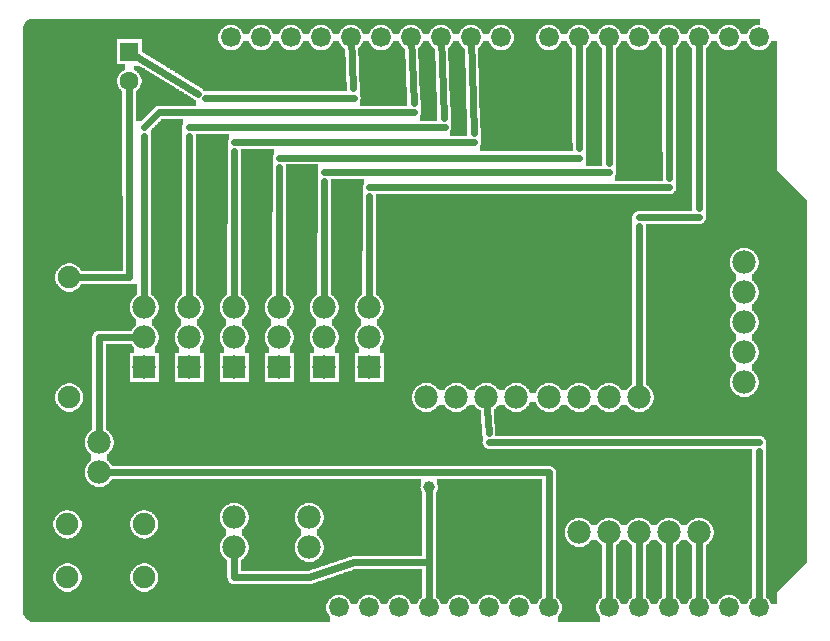
<source format=gtl>
G04 MADE WITH FRITZING*
G04 WWW.FRITZING.ORG*
G04 DOUBLE SIDED*
G04 HOLES PLATED*
G04 CONTOUR ON CENTER OF CONTOUR VECTOR*
%ASAXBY*%
%FSLAX23Y23*%
%MOIN*%
%OFA0B0*%
%SFA1.0B1.0*%
%ADD10C,0.075000*%
%ADD11C,0.039370*%
%ADD12C,0.062992*%
%ADD13C,0.078000*%
%ADD14C,0.066194*%
%ADD15C,0.066222*%
%ADD16R,0.062992X0.062992*%
%ADD17R,0.078000X0.078000*%
%ADD18C,0.024000*%
%LNCOPPER1*%
G90*
G70*
G54D10*
X1232Y1887D03*
X2088Y1876D03*
X126Y1912D03*
X1307Y1416D03*
X2396Y1870D03*
X1499Y447D03*
G54D11*
X1405Y496D03*
G54D10*
X455Y196D03*
X199Y196D03*
X455Y373D03*
X199Y373D03*
G54D12*
X405Y1949D03*
X405Y1851D03*
G54D10*
X205Y796D03*
X205Y1196D03*
G54D13*
X1905Y346D03*
X2005Y346D03*
X2105Y346D03*
X2205Y346D03*
X2305Y346D03*
X2455Y846D03*
X2455Y946D03*
X2455Y1046D03*
X2455Y1146D03*
X2455Y1246D03*
X1005Y396D03*
X1005Y296D03*
X755Y396D03*
X755Y296D03*
X305Y646D03*
X305Y546D03*
X1395Y796D03*
X1495Y796D03*
X1595Y796D03*
X1695Y796D03*
X1395Y796D03*
X1495Y796D03*
X1595Y796D03*
X1695Y796D03*
X2105Y796D03*
X2005Y796D03*
X1905Y796D03*
X1805Y796D03*
X1205Y896D03*
X1205Y996D03*
X1205Y1096D03*
X1055Y896D03*
X1055Y996D03*
X1055Y1096D03*
X905Y896D03*
X905Y996D03*
X905Y1096D03*
X755Y896D03*
X755Y996D03*
X755Y1096D03*
X605Y896D03*
X605Y996D03*
X605Y1096D03*
X455Y896D03*
X455Y996D03*
X455Y1096D03*
G54D14*
X2104Y96D03*
X2204Y96D03*
X2304Y96D03*
X2404Y96D03*
X2504Y96D03*
G54D15*
X1644Y1996D03*
X1544Y1996D03*
X1444Y1996D03*
X1344Y1996D03*
X1244Y1996D03*
X1144Y1996D03*
X1044Y1996D03*
X944Y1996D03*
X844Y1996D03*
X744Y1996D03*
X2504Y1996D03*
X2404Y1996D03*
X2304Y1996D03*
X2204Y1996D03*
X2104Y1996D03*
X2004Y1996D03*
X1904Y1996D03*
X1804Y1996D03*
G54D14*
X1204Y96D03*
X1104Y96D03*
X1304Y96D03*
X1404Y96D03*
X1504Y96D03*
X1604Y96D03*
X1704Y96D03*
X1804Y96D03*
X2004Y96D03*
G54D16*
X405Y1949D03*
G54D17*
X1205Y896D03*
X1055Y896D03*
X905Y896D03*
X755Y896D03*
X605Y896D03*
X455Y896D03*
G54D18*
X305Y998D02*
X425Y997D01*
D02*
X305Y676D02*
X305Y998D01*
D02*
X1804Y546D02*
X335Y546D01*
D02*
X1804Y126D02*
X1804Y546D01*
D02*
X1155Y247D02*
X1004Y196D01*
D02*
X1304Y247D02*
X1155Y247D01*
D02*
X755Y196D02*
X755Y247D01*
D02*
X1004Y196D02*
X755Y196D01*
D02*
X755Y247D02*
X755Y266D01*
D02*
X1405Y247D02*
X1304Y247D01*
D02*
X1404Y126D02*
X1405Y247D01*
D02*
X1405Y247D02*
X1405Y477D01*
D02*
X1603Y677D02*
X1595Y796D01*
D02*
X2504Y647D02*
X1605Y647D01*
D02*
X2504Y96D02*
X2504Y617D01*
D02*
X2305Y1427D02*
X2304Y1996D01*
D02*
X2104Y1396D02*
X2305Y1397D01*
D02*
X2105Y796D02*
X2104Y1366D01*
D02*
X633Y1809D02*
X405Y1949D01*
D02*
X1154Y1795D02*
X656Y1795D01*
D02*
X1144Y1996D02*
X1152Y1826D01*
D02*
X755Y1646D02*
X1554Y1646D01*
D02*
X1554Y1677D02*
X1544Y1996D01*
D02*
X755Y1096D02*
X755Y1616D01*
D02*
X604Y1697D02*
X1456Y1697D01*
D02*
X1454Y1727D02*
X1444Y1996D01*
D02*
X605Y1096D02*
X604Y1667D01*
D02*
X455Y1697D02*
X505Y1747D01*
D02*
X505Y1747D02*
X1355Y1747D01*
D02*
X1353Y1778D02*
X1344Y1996D01*
D02*
X455Y1096D02*
X455Y1667D01*
D02*
X1205Y1496D02*
X2205Y1496D01*
D02*
X2205Y1526D02*
X2204Y1996D01*
D02*
X1205Y1096D02*
X1205Y1466D01*
D02*
X1055Y1547D02*
X2004Y1547D01*
D02*
X2004Y1577D02*
X2004Y1996D01*
D02*
X1055Y1096D02*
X1055Y1517D01*
D02*
X905Y1595D02*
X1905Y1595D01*
D02*
X1905Y1626D02*
X1904Y1996D01*
D02*
X905Y1096D02*
X905Y1565D01*
D02*
X2004Y126D02*
X2005Y316D01*
D02*
X2104Y126D02*
X2105Y316D01*
D02*
X2204Y126D02*
X2205Y316D01*
D02*
X2304Y126D02*
X2305Y316D01*
D02*
X405Y1197D02*
X405Y1824D01*
D02*
X233Y1196D02*
X405Y1197D01*
G36*
X1184Y1985D02*
X1184Y1979D01*
X1182Y1979D01*
X1182Y1975D01*
X1180Y1975D01*
X1180Y1973D01*
X1178Y1973D01*
X1178Y1969D01*
X1176Y1969D01*
X1176Y1967D01*
X1174Y1967D01*
X1174Y1965D01*
X1172Y1965D01*
X1172Y1963D01*
X1170Y1963D01*
X1170Y1961D01*
X1168Y1961D01*
X1168Y1953D01*
X1234Y1953D01*
X1234Y1955D01*
X1228Y1955D01*
X1228Y1957D01*
X1224Y1957D01*
X1224Y1959D01*
X1222Y1959D01*
X1222Y1961D01*
X1218Y1961D01*
X1218Y1963D01*
X1216Y1963D01*
X1216Y1965D01*
X1214Y1965D01*
X1214Y1967D01*
X1212Y1967D01*
X1212Y1969D01*
X1210Y1969D01*
X1210Y1973D01*
X1208Y1973D01*
X1208Y1975D01*
X1206Y1975D01*
X1206Y1979D01*
X1204Y1979D01*
X1204Y1985D01*
X1184Y1985D01*
G37*
D02*
G36*
X1284Y1985D02*
X1284Y1979D01*
X1282Y1979D01*
X1282Y1975D01*
X1280Y1975D01*
X1280Y1973D01*
X1278Y1973D01*
X1278Y1969D01*
X1276Y1969D01*
X1276Y1967D01*
X1274Y1967D01*
X1274Y1965D01*
X1272Y1965D01*
X1272Y1963D01*
X1270Y1963D01*
X1270Y1961D01*
X1266Y1961D01*
X1266Y1959D01*
X1264Y1959D01*
X1264Y1957D01*
X1260Y1957D01*
X1260Y1955D01*
X1254Y1955D01*
X1254Y1953D01*
X1324Y1953D01*
X1324Y1959D01*
X1322Y1959D01*
X1322Y1961D01*
X1318Y1961D01*
X1318Y1963D01*
X1316Y1963D01*
X1316Y1965D01*
X1314Y1965D01*
X1314Y1967D01*
X1312Y1967D01*
X1312Y1969D01*
X1310Y1969D01*
X1310Y1973D01*
X1308Y1973D01*
X1308Y1975D01*
X1306Y1975D01*
X1306Y1979D01*
X1304Y1979D01*
X1304Y1985D01*
X1284Y1985D01*
G37*
D02*
G36*
X1168Y1953D02*
X1168Y1951D01*
X1324Y1951D01*
X1324Y1953D01*
X1168Y1953D01*
G37*
D02*
G36*
X1168Y1953D02*
X1168Y1951D01*
X1324Y1951D01*
X1324Y1953D01*
X1168Y1953D01*
G37*
D02*
G36*
X1168Y1951D02*
X1168Y1933D01*
X1170Y1933D01*
X1170Y1891D01*
X1172Y1891D01*
X1172Y1849D01*
X1174Y1849D01*
X1174Y1799D01*
X1176Y1799D01*
X1176Y1791D01*
X1174Y1791D01*
X1174Y1769D01*
X1330Y1769D01*
X1330Y1831D01*
X1328Y1831D01*
X1328Y1879D01*
X1326Y1879D01*
X1326Y1925D01*
X1324Y1925D01*
X1324Y1951D01*
X1168Y1951D01*
G37*
D02*
G36*
X1384Y1985D02*
X1384Y1979D01*
X1382Y1979D01*
X1382Y1975D01*
X1380Y1975D01*
X1380Y1973D01*
X1378Y1973D01*
X1378Y1969D01*
X1376Y1969D01*
X1376Y1967D01*
X1374Y1967D01*
X1374Y1965D01*
X1372Y1965D01*
X1372Y1963D01*
X1370Y1963D01*
X1370Y1961D01*
X1368Y1961D01*
X1368Y1925D01*
X1370Y1925D01*
X1370Y1879D01*
X1372Y1879D01*
X1372Y1833D01*
X1374Y1833D01*
X1374Y1787D01*
X1376Y1787D01*
X1376Y1739D01*
X1374Y1739D01*
X1374Y1719D01*
X1432Y1719D01*
X1432Y1763D01*
X1430Y1763D01*
X1430Y1815D01*
X1428Y1815D01*
X1428Y1867D01*
X1426Y1867D01*
X1426Y1917D01*
X1424Y1917D01*
X1424Y1959D01*
X1422Y1959D01*
X1422Y1961D01*
X1418Y1961D01*
X1418Y1963D01*
X1416Y1963D01*
X1416Y1965D01*
X1414Y1965D01*
X1414Y1967D01*
X1412Y1967D01*
X1412Y1969D01*
X1410Y1969D01*
X1410Y1973D01*
X1408Y1973D01*
X1408Y1975D01*
X1406Y1975D01*
X1406Y1979D01*
X1404Y1979D01*
X1404Y1985D01*
X1384Y1985D01*
G37*
D02*
G36*
X1484Y1985D02*
X1484Y1979D01*
X1482Y1979D01*
X1482Y1975D01*
X1480Y1975D01*
X1480Y1973D01*
X1478Y1973D01*
X1478Y1969D01*
X1476Y1969D01*
X1476Y1967D01*
X1474Y1967D01*
X1474Y1965D01*
X1472Y1965D01*
X1472Y1963D01*
X1470Y1963D01*
X1470Y1961D01*
X1468Y1961D01*
X1468Y1919D01*
X1470Y1919D01*
X1470Y1867D01*
X1472Y1867D01*
X1472Y1817D01*
X1474Y1817D01*
X1474Y1765D01*
X1476Y1765D01*
X1476Y1701D01*
X1478Y1701D01*
X1478Y1691D01*
X1476Y1691D01*
X1476Y1687D01*
X1474Y1687D01*
X1474Y1667D01*
X1532Y1667D01*
X1532Y1693D01*
X1530Y1693D01*
X1530Y1759D01*
X1528Y1759D01*
X1528Y1827D01*
X1526Y1827D01*
X1526Y1893D01*
X1524Y1893D01*
X1524Y1959D01*
X1522Y1959D01*
X1522Y1961D01*
X1518Y1961D01*
X1518Y1963D01*
X1516Y1963D01*
X1516Y1965D01*
X1514Y1965D01*
X1514Y1967D01*
X1512Y1967D01*
X1512Y1969D01*
X1510Y1969D01*
X1510Y1973D01*
X1508Y1973D01*
X1508Y1975D01*
X1506Y1975D01*
X1506Y1979D01*
X1504Y1979D01*
X1504Y1985D01*
X1484Y1985D01*
G37*
D02*
G36*
X1944Y1985D02*
X1944Y1979D01*
X1942Y1979D01*
X1942Y1975D01*
X1940Y1975D01*
X1940Y1973D01*
X1938Y1973D01*
X1938Y1969D01*
X1936Y1969D01*
X1936Y1967D01*
X1934Y1967D01*
X1934Y1965D01*
X1932Y1965D01*
X1932Y1963D01*
X1930Y1963D01*
X1930Y1961D01*
X1926Y1961D01*
X1926Y1647D01*
X1928Y1647D01*
X1928Y1625D01*
X1926Y1625D01*
X1926Y1597D01*
X1928Y1597D01*
X1928Y1593D01*
X1926Y1593D01*
X1926Y1569D01*
X1982Y1569D01*
X1982Y1961D01*
X1978Y1961D01*
X1978Y1963D01*
X1976Y1963D01*
X1976Y1965D01*
X1974Y1965D01*
X1974Y1967D01*
X1972Y1967D01*
X1972Y1969D01*
X1970Y1969D01*
X1970Y1973D01*
X1968Y1973D01*
X1968Y1975D01*
X1966Y1975D01*
X1966Y1979D01*
X1964Y1979D01*
X1964Y1985D01*
X1944Y1985D01*
G37*
D02*
G36*
X2044Y1985D02*
X2044Y1983D01*
X2064Y1983D01*
X2064Y1985D01*
X2044Y1985D01*
G37*
D02*
G36*
X2044Y1983D02*
X2044Y1979D01*
X2042Y1979D01*
X2042Y1975D01*
X2040Y1975D01*
X2040Y1973D01*
X2038Y1973D01*
X2038Y1969D01*
X2036Y1969D01*
X2036Y1967D01*
X2034Y1967D01*
X2034Y1965D01*
X2032Y1965D01*
X2032Y1963D01*
X2030Y1963D01*
X2030Y1961D01*
X2026Y1961D01*
X2026Y1953D01*
X2094Y1953D01*
X2094Y1955D01*
X2088Y1955D01*
X2088Y1957D01*
X2084Y1957D01*
X2084Y1959D01*
X2082Y1959D01*
X2082Y1961D01*
X2078Y1961D01*
X2078Y1963D01*
X2076Y1963D01*
X2076Y1965D01*
X2074Y1965D01*
X2074Y1967D01*
X2072Y1967D01*
X2072Y1969D01*
X2070Y1969D01*
X2070Y1973D01*
X2068Y1973D01*
X2068Y1975D01*
X2066Y1975D01*
X2066Y1979D01*
X2064Y1979D01*
X2064Y1983D01*
X2044Y1983D01*
G37*
D02*
G36*
X2144Y1983D02*
X2144Y1979D01*
X2142Y1979D01*
X2142Y1975D01*
X2140Y1975D01*
X2140Y1973D01*
X2138Y1973D01*
X2138Y1969D01*
X2136Y1969D01*
X2136Y1967D01*
X2134Y1967D01*
X2134Y1965D01*
X2132Y1965D01*
X2132Y1963D01*
X2130Y1963D01*
X2130Y1961D01*
X2126Y1961D01*
X2126Y1959D01*
X2124Y1959D01*
X2124Y1957D01*
X2120Y1957D01*
X2120Y1955D01*
X2114Y1955D01*
X2114Y1953D01*
X2182Y1953D01*
X2182Y1961D01*
X2178Y1961D01*
X2178Y1963D01*
X2176Y1963D01*
X2176Y1965D01*
X2174Y1965D01*
X2174Y1967D01*
X2172Y1967D01*
X2172Y1969D01*
X2170Y1969D01*
X2170Y1973D01*
X2168Y1973D01*
X2168Y1975D01*
X2166Y1975D01*
X2166Y1979D01*
X2164Y1979D01*
X2164Y1983D01*
X2144Y1983D01*
G37*
D02*
G36*
X2026Y1953D02*
X2026Y1951D01*
X2182Y1951D01*
X2182Y1953D01*
X2026Y1953D01*
G37*
D02*
G36*
X2026Y1953D02*
X2026Y1951D01*
X2182Y1951D01*
X2182Y1953D01*
X2026Y1953D01*
G37*
D02*
G36*
X2026Y1951D02*
X2026Y1539D01*
X2024Y1539D01*
X2024Y1517D01*
X2184Y1517D01*
X2184Y1613D01*
X2182Y1613D01*
X2182Y1951D01*
X2026Y1951D01*
G37*
D02*
G36*
X76Y2059D02*
X76Y2057D01*
X70Y2057D01*
X70Y2055D01*
X68Y2055D01*
X68Y2053D01*
X64Y2053D01*
X64Y2051D01*
X62Y2051D01*
X62Y2049D01*
X60Y2049D01*
X60Y2047D01*
X58Y2047D01*
X58Y2043D01*
X56Y2043D01*
X56Y2041D01*
X54Y2041D01*
X54Y2039D01*
X2410Y2039D01*
X2410Y2037D01*
X2416Y2037D01*
X2416Y2035D01*
X2422Y2035D01*
X2422Y2033D01*
X2424Y2033D01*
X2424Y2031D01*
X2428Y2031D01*
X2428Y2029D01*
X2430Y2029D01*
X2430Y2027D01*
X2432Y2027D01*
X2432Y2025D01*
X2434Y2025D01*
X2434Y2023D01*
X2436Y2023D01*
X2436Y2021D01*
X2438Y2021D01*
X2438Y2019D01*
X2440Y2019D01*
X2440Y2015D01*
X2442Y2015D01*
X2442Y2011D01*
X2444Y2011D01*
X2444Y2007D01*
X2464Y2007D01*
X2464Y2011D01*
X2466Y2011D01*
X2466Y2015D01*
X2468Y2015D01*
X2468Y2019D01*
X2470Y2019D01*
X2470Y2021D01*
X2472Y2021D01*
X2472Y2023D01*
X2474Y2023D01*
X2474Y2025D01*
X2476Y2025D01*
X2476Y2027D01*
X2478Y2027D01*
X2478Y2029D01*
X2480Y2029D01*
X2480Y2031D01*
X2484Y2031D01*
X2484Y2033D01*
X2486Y2033D01*
X2486Y2035D01*
X2492Y2035D01*
X2492Y2037D01*
X2498Y2037D01*
X2498Y2039D01*
X2506Y2039D01*
X2506Y2059D01*
X76Y2059D01*
G37*
D02*
G36*
X54Y2039D02*
X54Y2035D01*
X52Y2035D01*
X52Y1991D01*
X446Y1991D01*
X446Y1953D01*
X734Y1953D01*
X734Y1955D01*
X728Y1955D01*
X728Y1957D01*
X724Y1957D01*
X724Y1959D01*
X722Y1959D01*
X722Y1961D01*
X718Y1961D01*
X718Y1963D01*
X716Y1963D01*
X716Y1965D01*
X714Y1965D01*
X714Y1967D01*
X712Y1967D01*
X712Y1969D01*
X710Y1969D01*
X710Y1973D01*
X708Y1973D01*
X708Y1975D01*
X706Y1975D01*
X706Y1979D01*
X704Y1979D01*
X704Y1983D01*
X702Y1983D01*
X702Y1993D01*
X700Y1993D01*
X700Y1997D01*
X702Y1997D01*
X702Y2007D01*
X704Y2007D01*
X704Y2011D01*
X706Y2011D01*
X706Y2015D01*
X708Y2015D01*
X708Y2019D01*
X710Y2019D01*
X710Y2021D01*
X712Y2021D01*
X712Y2023D01*
X714Y2023D01*
X714Y2025D01*
X716Y2025D01*
X716Y2027D01*
X718Y2027D01*
X718Y2029D01*
X720Y2029D01*
X720Y2031D01*
X724Y2031D01*
X724Y2033D01*
X726Y2033D01*
X726Y2035D01*
X732Y2035D01*
X732Y2037D01*
X738Y2037D01*
X738Y2039D01*
X54Y2039D01*
G37*
D02*
G36*
X750Y2039D02*
X750Y2037D01*
X756Y2037D01*
X756Y2035D01*
X760Y2035D01*
X760Y2033D01*
X764Y2033D01*
X764Y2031D01*
X768Y2031D01*
X768Y2029D01*
X770Y2029D01*
X770Y2027D01*
X772Y2027D01*
X772Y2025D01*
X774Y2025D01*
X774Y2023D01*
X776Y2023D01*
X776Y2021D01*
X778Y2021D01*
X778Y2019D01*
X780Y2019D01*
X780Y2015D01*
X782Y2015D01*
X782Y2011D01*
X784Y2011D01*
X784Y2007D01*
X804Y2007D01*
X804Y2011D01*
X806Y2011D01*
X806Y2015D01*
X808Y2015D01*
X808Y2019D01*
X810Y2019D01*
X810Y2021D01*
X812Y2021D01*
X812Y2023D01*
X814Y2023D01*
X814Y2025D01*
X816Y2025D01*
X816Y2027D01*
X818Y2027D01*
X818Y2029D01*
X820Y2029D01*
X820Y2031D01*
X824Y2031D01*
X824Y2033D01*
X826Y2033D01*
X826Y2035D01*
X832Y2035D01*
X832Y2037D01*
X838Y2037D01*
X838Y2039D01*
X750Y2039D01*
G37*
D02*
G36*
X850Y2039D02*
X850Y2037D01*
X856Y2037D01*
X856Y2035D01*
X862Y2035D01*
X862Y2033D01*
X864Y2033D01*
X864Y2031D01*
X868Y2031D01*
X868Y2029D01*
X870Y2029D01*
X870Y2027D01*
X872Y2027D01*
X872Y2025D01*
X874Y2025D01*
X874Y2023D01*
X876Y2023D01*
X876Y2021D01*
X878Y2021D01*
X878Y2019D01*
X880Y2019D01*
X880Y2015D01*
X882Y2015D01*
X882Y2011D01*
X884Y2011D01*
X884Y2007D01*
X904Y2007D01*
X904Y2011D01*
X906Y2011D01*
X906Y2015D01*
X908Y2015D01*
X908Y2019D01*
X910Y2019D01*
X910Y2021D01*
X912Y2021D01*
X912Y2023D01*
X914Y2023D01*
X914Y2025D01*
X916Y2025D01*
X916Y2027D01*
X918Y2027D01*
X918Y2029D01*
X920Y2029D01*
X920Y2031D01*
X924Y2031D01*
X924Y2033D01*
X926Y2033D01*
X926Y2035D01*
X932Y2035D01*
X932Y2037D01*
X938Y2037D01*
X938Y2039D01*
X850Y2039D01*
G37*
D02*
G36*
X950Y2039D02*
X950Y2037D01*
X956Y2037D01*
X956Y2035D01*
X962Y2035D01*
X962Y2033D01*
X964Y2033D01*
X964Y2031D01*
X968Y2031D01*
X968Y2029D01*
X970Y2029D01*
X970Y2027D01*
X972Y2027D01*
X972Y2025D01*
X974Y2025D01*
X974Y2023D01*
X976Y2023D01*
X976Y2021D01*
X978Y2021D01*
X978Y2019D01*
X980Y2019D01*
X980Y2015D01*
X982Y2015D01*
X982Y2011D01*
X984Y2011D01*
X984Y2007D01*
X1004Y2007D01*
X1004Y2011D01*
X1006Y2011D01*
X1006Y2015D01*
X1008Y2015D01*
X1008Y2019D01*
X1010Y2019D01*
X1010Y2021D01*
X1012Y2021D01*
X1012Y2023D01*
X1014Y2023D01*
X1014Y2025D01*
X1016Y2025D01*
X1016Y2027D01*
X1018Y2027D01*
X1018Y2029D01*
X1020Y2029D01*
X1020Y2031D01*
X1024Y2031D01*
X1024Y2033D01*
X1026Y2033D01*
X1026Y2035D01*
X1032Y2035D01*
X1032Y2037D01*
X1038Y2037D01*
X1038Y2039D01*
X950Y2039D01*
G37*
D02*
G36*
X1050Y2039D02*
X1050Y2037D01*
X1056Y2037D01*
X1056Y2035D01*
X1062Y2035D01*
X1062Y2033D01*
X1064Y2033D01*
X1064Y2031D01*
X1068Y2031D01*
X1068Y2029D01*
X1070Y2029D01*
X1070Y2027D01*
X1072Y2027D01*
X1072Y2025D01*
X1074Y2025D01*
X1074Y2023D01*
X1076Y2023D01*
X1076Y2021D01*
X1078Y2021D01*
X1078Y2019D01*
X1080Y2019D01*
X1080Y2015D01*
X1082Y2015D01*
X1082Y2011D01*
X1084Y2011D01*
X1084Y2007D01*
X1104Y2007D01*
X1104Y2011D01*
X1106Y2011D01*
X1106Y2015D01*
X1108Y2015D01*
X1108Y2019D01*
X1110Y2019D01*
X1110Y2021D01*
X1112Y2021D01*
X1112Y2023D01*
X1114Y2023D01*
X1114Y2025D01*
X1116Y2025D01*
X1116Y2027D01*
X1118Y2027D01*
X1118Y2029D01*
X1120Y2029D01*
X1120Y2031D01*
X1124Y2031D01*
X1124Y2033D01*
X1126Y2033D01*
X1126Y2035D01*
X1132Y2035D01*
X1132Y2037D01*
X1138Y2037D01*
X1138Y2039D01*
X1050Y2039D01*
G37*
D02*
G36*
X1150Y2039D02*
X1150Y2037D01*
X1156Y2037D01*
X1156Y2035D01*
X1162Y2035D01*
X1162Y2033D01*
X1164Y2033D01*
X1164Y2031D01*
X1168Y2031D01*
X1168Y2029D01*
X1170Y2029D01*
X1170Y2027D01*
X1172Y2027D01*
X1172Y2025D01*
X1174Y2025D01*
X1174Y2023D01*
X1176Y2023D01*
X1176Y2021D01*
X1178Y2021D01*
X1178Y2019D01*
X1180Y2019D01*
X1180Y2015D01*
X1182Y2015D01*
X1182Y2011D01*
X1184Y2011D01*
X1184Y2007D01*
X1204Y2007D01*
X1204Y2011D01*
X1206Y2011D01*
X1206Y2015D01*
X1208Y2015D01*
X1208Y2019D01*
X1210Y2019D01*
X1210Y2021D01*
X1212Y2021D01*
X1212Y2023D01*
X1214Y2023D01*
X1214Y2025D01*
X1216Y2025D01*
X1216Y2027D01*
X1218Y2027D01*
X1218Y2029D01*
X1220Y2029D01*
X1220Y2031D01*
X1224Y2031D01*
X1224Y2033D01*
X1226Y2033D01*
X1226Y2035D01*
X1232Y2035D01*
X1232Y2037D01*
X1238Y2037D01*
X1238Y2039D01*
X1150Y2039D01*
G37*
D02*
G36*
X1250Y2039D02*
X1250Y2037D01*
X1256Y2037D01*
X1256Y2035D01*
X1262Y2035D01*
X1262Y2033D01*
X1264Y2033D01*
X1264Y2031D01*
X1268Y2031D01*
X1268Y2029D01*
X1270Y2029D01*
X1270Y2027D01*
X1272Y2027D01*
X1272Y2025D01*
X1274Y2025D01*
X1274Y2023D01*
X1276Y2023D01*
X1276Y2021D01*
X1278Y2021D01*
X1278Y2019D01*
X1280Y2019D01*
X1280Y2015D01*
X1282Y2015D01*
X1282Y2011D01*
X1284Y2011D01*
X1284Y2007D01*
X1304Y2007D01*
X1304Y2011D01*
X1306Y2011D01*
X1306Y2015D01*
X1308Y2015D01*
X1308Y2019D01*
X1310Y2019D01*
X1310Y2021D01*
X1312Y2021D01*
X1312Y2023D01*
X1314Y2023D01*
X1314Y2025D01*
X1316Y2025D01*
X1316Y2027D01*
X1318Y2027D01*
X1318Y2029D01*
X1320Y2029D01*
X1320Y2031D01*
X1324Y2031D01*
X1324Y2033D01*
X1326Y2033D01*
X1326Y2035D01*
X1332Y2035D01*
X1332Y2037D01*
X1338Y2037D01*
X1338Y2039D01*
X1250Y2039D01*
G37*
D02*
G36*
X1350Y2039D02*
X1350Y2037D01*
X1356Y2037D01*
X1356Y2035D01*
X1362Y2035D01*
X1362Y2033D01*
X1364Y2033D01*
X1364Y2031D01*
X1368Y2031D01*
X1368Y2029D01*
X1370Y2029D01*
X1370Y2027D01*
X1372Y2027D01*
X1372Y2025D01*
X1374Y2025D01*
X1374Y2023D01*
X1376Y2023D01*
X1376Y2021D01*
X1378Y2021D01*
X1378Y2019D01*
X1380Y2019D01*
X1380Y2015D01*
X1382Y2015D01*
X1382Y2011D01*
X1384Y2011D01*
X1384Y2007D01*
X1404Y2007D01*
X1404Y2011D01*
X1406Y2011D01*
X1406Y2015D01*
X1408Y2015D01*
X1408Y2019D01*
X1410Y2019D01*
X1410Y2021D01*
X1412Y2021D01*
X1412Y2023D01*
X1414Y2023D01*
X1414Y2025D01*
X1416Y2025D01*
X1416Y2027D01*
X1418Y2027D01*
X1418Y2029D01*
X1420Y2029D01*
X1420Y2031D01*
X1424Y2031D01*
X1424Y2033D01*
X1426Y2033D01*
X1426Y2035D01*
X1432Y2035D01*
X1432Y2037D01*
X1438Y2037D01*
X1438Y2039D01*
X1350Y2039D01*
G37*
D02*
G36*
X1450Y2039D02*
X1450Y2037D01*
X1456Y2037D01*
X1456Y2035D01*
X1462Y2035D01*
X1462Y2033D01*
X1464Y2033D01*
X1464Y2031D01*
X1468Y2031D01*
X1468Y2029D01*
X1470Y2029D01*
X1470Y2027D01*
X1472Y2027D01*
X1472Y2025D01*
X1474Y2025D01*
X1474Y2023D01*
X1476Y2023D01*
X1476Y2021D01*
X1478Y2021D01*
X1478Y2019D01*
X1480Y2019D01*
X1480Y2015D01*
X1482Y2015D01*
X1482Y2011D01*
X1484Y2011D01*
X1484Y2007D01*
X1504Y2007D01*
X1504Y2011D01*
X1506Y2011D01*
X1506Y2015D01*
X1508Y2015D01*
X1508Y2019D01*
X1510Y2019D01*
X1510Y2021D01*
X1512Y2021D01*
X1512Y2023D01*
X1514Y2023D01*
X1514Y2025D01*
X1516Y2025D01*
X1516Y2027D01*
X1518Y2027D01*
X1518Y2029D01*
X1520Y2029D01*
X1520Y2031D01*
X1524Y2031D01*
X1524Y2033D01*
X1526Y2033D01*
X1526Y2035D01*
X1532Y2035D01*
X1532Y2037D01*
X1538Y2037D01*
X1538Y2039D01*
X1450Y2039D01*
G37*
D02*
G36*
X1550Y2039D02*
X1550Y2037D01*
X1556Y2037D01*
X1556Y2035D01*
X1562Y2035D01*
X1562Y2033D01*
X1564Y2033D01*
X1564Y2031D01*
X1568Y2031D01*
X1568Y2029D01*
X1570Y2029D01*
X1570Y2027D01*
X1572Y2027D01*
X1572Y2025D01*
X1574Y2025D01*
X1574Y2023D01*
X1576Y2023D01*
X1576Y2021D01*
X1578Y2021D01*
X1578Y2019D01*
X1580Y2019D01*
X1580Y2015D01*
X1582Y2015D01*
X1582Y2011D01*
X1584Y2011D01*
X1584Y2007D01*
X1604Y2007D01*
X1604Y2011D01*
X1606Y2011D01*
X1606Y2015D01*
X1608Y2015D01*
X1608Y2019D01*
X1610Y2019D01*
X1610Y2021D01*
X1612Y2021D01*
X1612Y2023D01*
X1614Y2023D01*
X1614Y2025D01*
X1616Y2025D01*
X1616Y2027D01*
X1618Y2027D01*
X1618Y2029D01*
X1620Y2029D01*
X1620Y2031D01*
X1624Y2031D01*
X1624Y2033D01*
X1626Y2033D01*
X1626Y2035D01*
X1632Y2035D01*
X1632Y2037D01*
X1638Y2037D01*
X1638Y2039D01*
X1550Y2039D01*
G37*
D02*
G36*
X1650Y2039D02*
X1650Y2037D01*
X1656Y2037D01*
X1656Y2035D01*
X1660Y2035D01*
X1660Y2033D01*
X1664Y2033D01*
X1664Y2031D01*
X1668Y2031D01*
X1668Y2029D01*
X1670Y2029D01*
X1670Y2027D01*
X1672Y2027D01*
X1672Y2025D01*
X1674Y2025D01*
X1674Y2023D01*
X1676Y2023D01*
X1676Y2021D01*
X1678Y2021D01*
X1678Y2019D01*
X1680Y2019D01*
X1680Y2015D01*
X1682Y2015D01*
X1682Y2011D01*
X1684Y2011D01*
X1684Y2007D01*
X1686Y2007D01*
X1686Y1997D01*
X1688Y1997D01*
X1688Y1995D01*
X1686Y1995D01*
X1686Y1985D01*
X1684Y1985D01*
X1684Y1979D01*
X1682Y1979D01*
X1682Y1975D01*
X1680Y1975D01*
X1680Y1973D01*
X1678Y1973D01*
X1678Y1969D01*
X1676Y1969D01*
X1676Y1967D01*
X1674Y1967D01*
X1674Y1965D01*
X1672Y1965D01*
X1672Y1963D01*
X1670Y1963D01*
X1670Y1961D01*
X1666Y1961D01*
X1666Y1959D01*
X1664Y1959D01*
X1664Y1957D01*
X1660Y1957D01*
X1660Y1955D01*
X1654Y1955D01*
X1654Y1953D01*
X1794Y1953D01*
X1794Y1955D01*
X1788Y1955D01*
X1788Y1957D01*
X1784Y1957D01*
X1784Y1959D01*
X1782Y1959D01*
X1782Y1961D01*
X1778Y1961D01*
X1778Y1963D01*
X1776Y1963D01*
X1776Y1965D01*
X1774Y1965D01*
X1774Y1967D01*
X1772Y1967D01*
X1772Y1969D01*
X1770Y1969D01*
X1770Y1973D01*
X1768Y1973D01*
X1768Y1975D01*
X1766Y1975D01*
X1766Y1979D01*
X1764Y1979D01*
X1764Y1985D01*
X1762Y1985D01*
X1762Y1993D01*
X1760Y1993D01*
X1760Y1997D01*
X1762Y1997D01*
X1762Y2007D01*
X1764Y2007D01*
X1764Y2011D01*
X1766Y2011D01*
X1766Y2015D01*
X1768Y2015D01*
X1768Y2019D01*
X1770Y2019D01*
X1770Y2021D01*
X1772Y2021D01*
X1772Y2023D01*
X1774Y2023D01*
X1774Y2025D01*
X1776Y2025D01*
X1776Y2027D01*
X1778Y2027D01*
X1778Y2029D01*
X1780Y2029D01*
X1780Y2031D01*
X1784Y2031D01*
X1784Y2033D01*
X1786Y2033D01*
X1786Y2035D01*
X1792Y2035D01*
X1792Y2037D01*
X1798Y2037D01*
X1798Y2039D01*
X1650Y2039D01*
G37*
D02*
G36*
X1810Y2039D02*
X1810Y2037D01*
X1816Y2037D01*
X1816Y2035D01*
X1822Y2035D01*
X1822Y2033D01*
X1824Y2033D01*
X1824Y2031D01*
X1828Y2031D01*
X1828Y2029D01*
X1830Y2029D01*
X1830Y2027D01*
X1832Y2027D01*
X1832Y2025D01*
X1834Y2025D01*
X1834Y2023D01*
X1836Y2023D01*
X1836Y2021D01*
X1838Y2021D01*
X1838Y2019D01*
X1840Y2019D01*
X1840Y2015D01*
X1842Y2015D01*
X1842Y2011D01*
X1844Y2011D01*
X1844Y2007D01*
X1864Y2007D01*
X1864Y2011D01*
X1866Y2011D01*
X1866Y2015D01*
X1868Y2015D01*
X1868Y2019D01*
X1870Y2019D01*
X1870Y2021D01*
X1872Y2021D01*
X1872Y2023D01*
X1874Y2023D01*
X1874Y2025D01*
X1876Y2025D01*
X1876Y2027D01*
X1878Y2027D01*
X1878Y2029D01*
X1880Y2029D01*
X1880Y2031D01*
X1884Y2031D01*
X1884Y2033D01*
X1886Y2033D01*
X1886Y2035D01*
X1892Y2035D01*
X1892Y2037D01*
X1898Y2037D01*
X1898Y2039D01*
X1810Y2039D01*
G37*
D02*
G36*
X1910Y2039D02*
X1910Y2037D01*
X1916Y2037D01*
X1916Y2035D01*
X1922Y2035D01*
X1922Y2033D01*
X1924Y2033D01*
X1924Y2031D01*
X1928Y2031D01*
X1928Y2029D01*
X1930Y2029D01*
X1930Y2027D01*
X1932Y2027D01*
X1932Y2025D01*
X1934Y2025D01*
X1934Y2023D01*
X1936Y2023D01*
X1936Y2021D01*
X1938Y2021D01*
X1938Y2019D01*
X1940Y2019D01*
X1940Y2015D01*
X1942Y2015D01*
X1942Y2011D01*
X1944Y2011D01*
X1944Y2007D01*
X1964Y2007D01*
X1964Y2011D01*
X1966Y2011D01*
X1966Y2015D01*
X1968Y2015D01*
X1968Y2019D01*
X1970Y2019D01*
X1970Y2021D01*
X1972Y2021D01*
X1972Y2023D01*
X1974Y2023D01*
X1974Y2025D01*
X1976Y2025D01*
X1976Y2027D01*
X1978Y2027D01*
X1978Y2029D01*
X1980Y2029D01*
X1980Y2031D01*
X1984Y2031D01*
X1984Y2033D01*
X1986Y2033D01*
X1986Y2035D01*
X1992Y2035D01*
X1992Y2037D01*
X1998Y2037D01*
X1998Y2039D01*
X1910Y2039D01*
G37*
D02*
G36*
X2010Y2039D02*
X2010Y2037D01*
X2016Y2037D01*
X2016Y2035D01*
X2022Y2035D01*
X2022Y2033D01*
X2024Y2033D01*
X2024Y2031D01*
X2028Y2031D01*
X2028Y2029D01*
X2030Y2029D01*
X2030Y2027D01*
X2032Y2027D01*
X2032Y2025D01*
X2034Y2025D01*
X2034Y2023D01*
X2036Y2023D01*
X2036Y2021D01*
X2038Y2021D01*
X2038Y2019D01*
X2040Y2019D01*
X2040Y2015D01*
X2042Y2015D01*
X2042Y2011D01*
X2044Y2011D01*
X2044Y2007D01*
X2064Y2007D01*
X2064Y2011D01*
X2066Y2011D01*
X2066Y2015D01*
X2068Y2015D01*
X2068Y2019D01*
X2070Y2019D01*
X2070Y2021D01*
X2072Y2021D01*
X2072Y2023D01*
X2074Y2023D01*
X2074Y2025D01*
X2076Y2025D01*
X2076Y2027D01*
X2078Y2027D01*
X2078Y2029D01*
X2080Y2029D01*
X2080Y2031D01*
X2084Y2031D01*
X2084Y2033D01*
X2086Y2033D01*
X2086Y2035D01*
X2092Y2035D01*
X2092Y2037D01*
X2098Y2037D01*
X2098Y2039D01*
X2010Y2039D01*
G37*
D02*
G36*
X2110Y2039D02*
X2110Y2037D01*
X2116Y2037D01*
X2116Y2035D01*
X2122Y2035D01*
X2122Y2033D01*
X2124Y2033D01*
X2124Y2031D01*
X2128Y2031D01*
X2128Y2029D01*
X2130Y2029D01*
X2130Y2027D01*
X2132Y2027D01*
X2132Y2025D01*
X2134Y2025D01*
X2134Y2023D01*
X2136Y2023D01*
X2136Y2021D01*
X2138Y2021D01*
X2138Y2019D01*
X2140Y2019D01*
X2140Y2015D01*
X2142Y2015D01*
X2142Y2011D01*
X2144Y2011D01*
X2144Y2007D01*
X2164Y2007D01*
X2164Y2011D01*
X2166Y2011D01*
X2166Y2015D01*
X2168Y2015D01*
X2168Y2019D01*
X2170Y2019D01*
X2170Y2021D01*
X2172Y2021D01*
X2172Y2023D01*
X2174Y2023D01*
X2174Y2025D01*
X2176Y2025D01*
X2176Y2027D01*
X2178Y2027D01*
X2178Y2029D01*
X2180Y2029D01*
X2180Y2031D01*
X2184Y2031D01*
X2184Y2033D01*
X2186Y2033D01*
X2186Y2035D01*
X2192Y2035D01*
X2192Y2037D01*
X2198Y2037D01*
X2198Y2039D01*
X2110Y2039D01*
G37*
D02*
G36*
X2210Y2039D02*
X2210Y2037D01*
X2216Y2037D01*
X2216Y2035D01*
X2220Y2035D01*
X2220Y2033D01*
X2224Y2033D01*
X2224Y2031D01*
X2228Y2031D01*
X2228Y2029D01*
X2230Y2029D01*
X2230Y2027D01*
X2232Y2027D01*
X2232Y2025D01*
X2234Y2025D01*
X2234Y2023D01*
X2236Y2023D01*
X2236Y2021D01*
X2238Y2021D01*
X2238Y2019D01*
X2240Y2019D01*
X2240Y2015D01*
X2242Y2015D01*
X2242Y2011D01*
X2244Y2011D01*
X2244Y2007D01*
X2264Y2007D01*
X2264Y2011D01*
X2266Y2011D01*
X2266Y2015D01*
X2268Y2015D01*
X2268Y2019D01*
X2270Y2019D01*
X2270Y2021D01*
X2272Y2021D01*
X2272Y2023D01*
X2274Y2023D01*
X2274Y2025D01*
X2276Y2025D01*
X2276Y2027D01*
X2278Y2027D01*
X2278Y2029D01*
X2280Y2029D01*
X2280Y2031D01*
X2284Y2031D01*
X2284Y2033D01*
X2286Y2033D01*
X2286Y2035D01*
X2292Y2035D01*
X2292Y2037D01*
X2298Y2037D01*
X2298Y2039D01*
X2210Y2039D01*
G37*
D02*
G36*
X2310Y2039D02*
X2310Y2037D01*
X2316Y2037D01*
X2316Y2035D01*
X2322Y2035D01*
X2322Y2033D01*
X2324Y2033D01*
X2324Y2031D01*
X2328Y2031D01*
X2328Y2029D01*
X2330Y2029D01*
X2330Y2027D01*
X2332Y2027D01*
X2332Y2025D01*
X2334Y2025D01*
X2334Y2023D01*
X2336Y2023D01*
X2336Y2021D01*
X2338Y2021D01*
X2338Y2019D01*
X2340Y2019D01*
X2340Y2015D01*
X2342Y2015D01*
X2342Y2011D01*
X2344Y2011D01*
X2344Y2007D01*
X2364Y2007D01*
X2364Y2011D01*
X2366Y2011D01*
X2366Y2015D01*
X2368Y2015D01*
X2368Y2019D01*
X2370Y2019D01*
X2370Y2021D01*
X2372Y2021D01*
X2372Y2023D01*
X2374Y2023D01*
X2374Y2025D01*
X2376Y2025D01*
X2376Y2027D01*
X2378Y2027D01*
X2378Y2029D01*
X2380Y2029D01*
X2380Y2031D01*
X2384Y2031D01*
X2384Y2033D01*
X2386Y2033D01*
X2386Y2035D01*
X2392Y2035D01*
X2392Y2037D01*
X2398Y2037D01*
X2398Y2039D01*
X2310Y2039D01*
G37*
D02*
G36*
X52Y1991D02*
X52Y1243D01*
X214Y1243D01*
X214Y1241D01*
X220Y1241D01*
X220Y1239D01*
X224Y1239D01*
X224Y1237D01*
X228Y1237D01*
X228Y1235D01*
X230Y1235D01*
X230Y1233D01*
X232Y1233D01*
X232Y1231D01*
X236Y1231D01*
X236Y1229D01*
X238Y1229D01*
X238Y1227D01*
X240Y1227D01*
X240Y1223D01*
X242Y1223D01*
X242Y1221D01*
X244Y1221D01*
X244Y1219D01*
X384Y1219D01*
X384Y1469D01*
X382Y1469D01*
X382Y1817D01*
X380Y1817D01*
X380Y1819D01*
X378Y1819D01*
X378Y1821D01*
X376Y1821D01*
X376Y1823D01*
X374Y1823D01*
X374Y1825D01*
X372Y1825D01*
X372Y1829D01*
X370Y1829D01*
X370Y1831D01*
X368Y1831D01*
X368Y1835D01*
X366Y1835D01*
X366Y1841D01*
X364Y1841D01*
X364Y1861D01*
X366Y1861D01*
X366Y1865D01*
X368Y1865D01*
X368Y1869D01*
X370Y1869D01*
X370Y1873D01*
X372Y1873D01*
X372Y1875D01*
X374Y1875D01*
X374Y1877D01*
X376Y1877D01*
X376Y1879D01*
X378Y1879D01*
X378Y1881D01*
X380Y1881D01*
X380Y1883D01*
X382Y1883D01*
X382Y1885D01*
X386Y1885D01*
X386Y1887D01*
X390Y1887D01*
X390Y1907D01*
X364Y1907D01*
X364Y1991D01*
X52Y1991D01*
G37*
D02*
G36*
X784Y1985D02*
X784Y1979D01*
X782Y1979D01*
X782Y1975D01*
X780Y1975D01*
X780Y1973D01*
X778Y1973D01*
X778Y1969D01*
X776Y1969D01*
X776Y1967D01*
X774Y1967D01*
X774Y1965D01*
X772Y1965D01*
X772Y1963D01*
X770Y1963D01*
X770Y1961D01*
X766Y1961D01*
X766Y1959D01*
X764Y1959D01*
X764Y1957D01*
X760Y1957D01*
X760Y1955D01*
X754Y1955D01*
X754Y1953D01*
X834Y1953D01*
X834Y1955D01*
X828Y1955D01*
X828Y1957D01*
X824Y1957D01*
X824Y1959D01*
X822Y1959D01*
X822Y1961D01*
X818Y1961D01*
X818Y1963D01*
X816Y1963D01*
X816Y1965D01*
X814Y1965D01*
X814Y1967D01*
X812Y1967D01*
X812Y1969D01*
X810Y1969D01*
X810Y1973D01*
X808Y1973D01*
X808Y1975D01*
X806Y1975D01*
X806Y1979D01*
X804Y1979D01*
X804Y1985D01*
X784Y1985D01*
G37*
D02*
G36*
X884Y1985D02*
X884Y1979D01*
X882Y1979D01*
X882Y1975D01*
X880Y1975D01*
X880Y1973D01*
X878Y1973D01*
X878Y1969D01*
X876Y1969D01*
X876Y1967D01*
X874Y1967D01*
X874Y1965D01*
X872Y1965D01*
X872Y1963D01*
X870Y1963D01*
X870Y1961D01*
X866Y1961D01*
X866Y1959D01*
X864Y1959D01*
X864Y1957D01*
X860Y1957D01*
X860Y1955D01*
X854Y1955D01*
X854Y1953D01*
X934Y1953D01*
X934Y1955D01*
X928Y1955D01*
X928Y1957D01*
X924Y1957D01*
X924Y1959D01*
X922Y1959D01*
X922Y1961D01*
X918Y1961D01*
X918Y1963D01*
X916Y1963D01*
X916Y1965D01*
X914Y1965D01*
X914Y1967D01*
X912Y1967D01*
X912Y1969D01*
X910Y1969D01*
X910Y1973D01*
X908Y1973D01*
X908Y1975D01*
X906Y1975D01*
X906Y1979D01*
X904Y1979D01*
X904Y1985D01*
X884Y1985D01*
G37*
D02*
G36*
X984Y1985D02*
X984Y1979D01*
X982Y1979D01*
X982Y1975D01*
X980Y1975D01*
X980Y1973D01*
X978Y1973D01*
X978Y1969D01*
X976Y1969D01*
X976Y1967D01*
X974Y1967D01*
X974Y1965D01*
X972Y1965D01*
X972Y1963D01*
X970Y1963D01*
X970Y1961D01*
X966Y1961D01*
X966Y1959D01*
X964Y1959D01*
X964Y1957D01*
X960Y1957D01*
X960Y1955D01*
X954Y1955D01*
X954Y1953D01*
X1034Y1953D01*
X1034Y1955D01*
X1028Y1955D01*
X1028Y1957D01*
X1024Y1957D01*
X1024Y1959D01*
X1022Y1959D01*
X1022Y1961D01*
X1018Y1961D01*
X1018Y1963D01*
X1016Y1963D01*
X1016Y1965D01*
X1014Y1965D01*
X1014Y1967D01*
X1012Y1967D01*
X1012Y1969D01*
X1010Y1969D01*
X1010Y1973D01*
X1008Y1973D01*
X1008Y1975D01*
X1006Y1975D01*
X1006Y1979D01*
X1004Y1979D01*
X1004Y1985D01*
X984Y1985D01*
G37*
D02*
G36*
X1084Y1985D02*
X1084Y1979D01*
X1082Y1979D01*
X1082Y1975D01*
X1080Y1975D01*
X1080Y1973D01*
X1078Y1973D01*
X1078Y1969D01*
X1076Y1969D01*
X1076Y1967D01*
X1074Y1967D01*
X1074Y1965D01*
X1072Y1965D01*
X1072Y1963D01*
X1070Y1963D01*
X1070Y1961D01*
X1066Y1961D01*
X1066Y1959D01*
X1064Y1959D01*
X1064Y1957D01*
X1060Y1957D01*
X1060Y1955D01*
X1054Y1955D01*
X1054Y1953D01*
X1124Y1953D01*
X1124Y1959D01*
X1122Y1959D01*
X1122Y1961D01*
X1118Y1961D01*
X1118Y1963D01*
X1116Y1963D01*
X1116Y1965D01*
X1114Y1965D01*
X1114Y1967D01*
X1112Y1967D01*
X1112Y1969D01*
X1110Y1969D01*
X1110Y1973D01*
X1108Y1973D01*
X1108Y1975D01*
X1106Y1975D01*
X1106Y1979D01*
X1104Y1979D01*
X1104Y1985D01*
X1084Y1985D01*
G37*
D02*
G36*
X1844Y1985D02*
X1844Y1979D01*
X1842Y1979D01*
X1842Y1975D01*
X1840Y1975D01*
X1840Y1973D01*
X1838Y1973D01*
X1838Y1969D01*
X1836Y1969D01*
X1836Y1967D01*
X1834Y1967D01*
X1834Y1965D01*
X1832Y1965D01*
X1832Y1963D01*
X1830Y1963D01*
X1830Y1961D01*
X1826Y1961D01*
X1826Y1959D01*
X1824Y1959D01*
X1824Y1957D01*
X1820Y1957D01*
X1820Y1955D01*
X1814Y1955D01*
X1814Y1953D01*
X1882Y1953D01*
X1882Y1961D01*
X1878Y1961D01*
X1878Y1963D01*
X1876Y1963D01*
X1876Y1965D01*
X1874Y1965D01*
X1874Y1967D01*
X1872Y1967D01*
X1872Y1969D01*
X1870Y1969D01*
X1870Y1973D01*
X1868Y1973D01*
X1868Y1975D01*
X1866Y1975D01*
X1866Y1979D01*
X1864Y1979D01*
X1864Y1985D01*
X1844Y1985D01*
G37*
D02*
G36*
X1584Y1983D02*
X1584Y1979D01*
X1582Y1979D01*
X1582Y1975D01*
X1580Y1975D01*
X1580Y1973D01*
X1578Y1973D01*
X1578Y1969D01*
X1576Y1969D01*
X1576Y1967D01*
X1574Y1967D01*
X1574Y1965D01*
X1572Y1965D01*
X1572Y1963D01*
X1570Y1963D01*
X1570Y1961D01*
X1568Y1961D01*
X1568Y1953D01*
X1634Y1953D01*
X1634Y1955D01*
X1628Y1955D01*
X1628Y1957D01*
X1624Y1957D01*
X1624Y1959D01*
X1622Y1959D01*
X1622Y1961D01*
X1618Y1961D01*
X1618Y1963D01*
X1616Y1963D01*
X1616Y1965D01*
X1614Y1965D01*
X1614Y1967D01*
X1612Y1967D01*
X1612Y1969D01*
X1610Y1969D01*
X1610Y1973D01*
X1608Y1973D01*
X1608Y1975D01*
X1606Y1975D01*
X1606Y1979D01*
X1604Y1979D01*
X1604Y1983D01*
X1584Y1983D01*
G37*
D02*
G36*
X446Y1953D02*
X446Y1951D01*
X1124Y1951D01*
X1124Y1953D01*
X446Y1953D01*
G37*
D02*
G36*
X446Y1953D02*
X446Y1951D01*
X1124Y1951D01*
X1124Y1953D01*
X446Y1953D01*
G37*
D02*
G36*
X446Y1953D02*
X446Y1951D01*
X1124Y1951D01*
X1124Y1953D01*
X446Y1953D01*
G37*
D02*
G36*
X446Y1953D02*
X446Y1951D01*
X1124Y1951D01*
X1124Y1953D01*
X446Y1953D01*
G37*
D02*
G36*
X446Y1953D02*
X446Y1951D01*
X1124Y1951D01*
X1124Y1953D01*
X446Y1953D01*
G37*
D02*
G36*
X1568Y1953D02*
X1568Y1951D01*
X1882Y1951D01*
X1882Y1953D01*
X1568Y1953D01*
G37*
D02*
G36*
X1568Y1953D02*
X1568Y1951D01*
X1882Y1951D01*
X1882Y1953D01*
X1568Y1953D01*
G37*
D02*
G36*
X1568Y1953D02*
X1568Y1951D01*
X1882Y1951D01*
X1882Y1953D01*
X1568Y1953D01*
G37*
D02*
G36*
X446Y1951D02*
X446Y1949D01*
X448Y1949D01*
X448Y1947D01*
X452Y1947D01*
X452Y1945D01*
X454Y1945D01*
X454Y1943D01*
X458Y1943D01*
X458Y1941D01*
X460Y1941D01*
X460Y1939D01*
X464Y1939D01*
X464Y1937D01*
X468Y1937D01*
X468Y1935D01*
X470Y1935D01*
X470Y1933D01*
X474Y1933D01*
X474Y1931D01*
X478Y1931D01*
X478Y1929D01*
X480Y1929D01*
X480Y1927D01*
X484Y1927D01*
X484Y1925D01*
X488Y1925D01*
X488Y1923D01*
X490Y1923D01*
X490Y1921D01*
X494Y1921D01*
X494Y1919D01*
X496Y1919D01*
X496Y1917D01*
X500Y1917D01*
X500Y1915D01*
X504Y1915D01*
X504Y1913D01*
X506Y1913D01*
X506Y1911D01*
X510Y1911D01*
X510Y1909D01*
X514Y1909D01*
X514Y1907D01*
X516Y1907D01*
X516Y1905D01*
X520Y1905D01*
X520Y1903D01*
X524Y1903D01*
X524Y1901D01*
X526Y1901D01*
X526Y1899D01*
X530Y1899D01*
X530Y1897D01*
X532Y1897D01*
X532Y1895D01*
X536Y1895D01*
X536Y1893D01*
X540Y1893D01*
X540Y1891D01*
X542Y1891D01*
X542Y1889D01*
X546Y1889D01*
X546Y1887D01*
X550Y1887D01*
X550Y1885D01*
X552Y1885D01*
X552Y1883D01*
X556Y1883D01*
X556Y1881D01*
X558Y1881D01*
X558Y1879D01*
X562Y1879D01*
X562Y1877D01*
X566Y1877D01*
X566Y1875D01*
X568Y1875D01*
X568Y1873D01*
X572Y1873D01*
X572Y1871D01*
X576Y1871D01*
X576Y1869D01*
X578Y1869D01*
X578Y1867D01*
X582Y1867D01*
X582Y1865D01*
X586Y1865D01*
X586Y1863D01*
X588Y1863D01*
X588Y1861D01*
X592Y1861D01*
X592Y1859D01*
X594Y1859D01*
X594Y1857D01*
X598Y1857D01*
X598Y1855D01*
X602Y1855D01*
X602Y1853D01*
X604Y1853D01*
X604Y1851D01*
X608Y1851D01*
X608Y1849D01*
X612Y1849D01*
X612Y1847D01*
X614Y1847D01*
X614Y1845D01*
X618Y1845D01*
X618Y1843D01*
X622Y1843D01*
X622Y1841D01*
X624Y1841D01*
X624Y1839D01*
X628Y1839D01*
X628Y1837D01*
X630Y1837D01*
X630Y1835D01*
X634Y1835D01*
X634Y1833D01*
X638Y1833D01*
X638Y1831D01*
X640Y1831D01*
X640Y1829D01*
X644Y1829D01*
X644Y1827D01*
X646Y1827D01*
X646Y1825D01*
X648Y1825D01*
X648Y1823D01*
X650Y1823D01*
X650Y1821D01*
X652Y1821D01*
X652Y1817D01*
X1130Y1817D01*
X1130Y1849D01*
X1128Y1849D01*
X1128Y1891D01*
X1126Y1891D01*
X1126Y1931D01*
X1124Y1931D01*
X1124Y1951D01*
X446Y1951D01*
G37*
D02*
G36*
X1568Y1951D02*
X1568Y1895D01*
X1570Y1895D01*
X1570Y1829D01*
X1572Y1829D01*
X1572Y1761D01*
X1574Y1761D01*
X1574Y1695D01*
X1576Y1695D01*
X1576Y1639D01*
X1574Y1639D01*
X1574Y1617D01*
X1884Y1617D01*
X1884Y1643D01*
X1882Y1643D01*
X1882Y1951D01*
X1568Y1951D01*
G37*
D02*
G36*
X52Y1243D02*
X52Y1149D01*
X194Y1149D01*
X194Y1151D01*
X188Y1151D01*
X188Y1153D01*
X184Y1153D01*
X184Y1155D01*
X182Y1155D01*
X182Y1157D01*
X178Y1157D01*
X178Y1159D01*
X176Y1159D01*
X176Y1161D01*
X174Y1161D01*
X174Y1163D01*
X172Y1163D01*
X172Y1165D01*
X170Y1165D01*
X170Y1167D01*
X168Y1167D01*
X168Y1169D01*
X166Y1169D01*
X166Y1173D01*
X164Y1173D01*
X164Y1175D01*
X162Y1175D01*
X162Y1179D01*
X160Y1179D01*
X160Y1185D01*
X158Y1185D01*
X158Y1207D01*
X160Y1207D01*
X160Y1213D01*
X162Y1213D01*
X162Y1217D01*
X164Y1217D01*
X164Y1219D01*
X166Y1219D01*
X166Y1223D01*
X168Y1223D01*
X168Y1225D01*
X170Y1225D01*
X170Y1227D01*
X172Y1227D01*
X172Y1229D01*
X174Y1229D01*
X174Y1231D01*
X176Y1231D01*
X176Y1233D01*
X178Y1233D01*
X178Y1235D01*
X182Y1235D01*
X182Y1237D01*
X186Y1237D01*
X186Y1239D01*
X190Y1239D01*
X190Y1241D01*
X196Y1241D01*
X196Y1243D01*
X52Y1243D01*
G37*
D02*
G36*
X268Y1175D02*
X268Y1173D01*
X244Y1173D01*
X244Y1171D01*
X242Y1171D01*
X242Y1167D01*
X240Y1167D01*
X240Y1165D01*
X238Y1165D01*
X238Y1163D01*
X236Y1163D01*
X236Y1161D01*
X234Y1161D01*
X234Y1159D01*
X230Y1159D01*
X230Y1157D01*
X228Y1157D01*
X228Y1155D01*
X224Y1155D01*
X224Y1153D01*
X220Y1153D01*
X220Y1151D01*
X216Y1151D01*
X216Y1149D01*
X432Y1149D01*
X432Y1175D01*
X268Y1175D01*
G37*
D02*
G36*
X52Y1149D02*
X52Y1147D01*
X432Y1147D01*
X432Y1149D01*
X52Y1149D01*
G37*
D02*
G36*
X52Y1149D02*
X52Y1147D01*
X432Y1147D01*
X432Y1149D01*
X52Y1149D01*
G37*
D02*
G36*
X52Y1147D02*
X52Y843D01*
X214Y843D01*
X214Y841D01*
X220Y841D01*
X220Y839D01*
X224Y839D01*
X224Y837D01*
X228Y837D01*
X228Y835D01*
X230Y835D01*
X230Y833D01*
X232Y833D01*
X232Y831D01*
X236Y831D01*
X236Y829D01*
X238Y829D01*
X238Y827D01*
X240Y827D01*
X240Y823D01*
X242Y823D01*
X242Y821D01*
X244Y821D01*
X244Y819D01*
X246Y819D01*
X246Y815D01*
X248Y815D01*
X248Y811D01*
X250Y811D01*
X250Y805D01*
X252Y805D01*
X252Y787D01*
X250Y787D01*
X250Y781D01*
X248Y781D01*
X248Y777D01*
X246Y777D01*
X246Y773D01*
X244Y773D01*
X244Y771D01*
X242Y771D01*
X242Y767D01*
X240Y767D01*
X240Y765D01*
X238Y765D01*
X238Y763D01*
X236Y763D01*
X236Y761D01*
X234Y761D01*
X234Y759D01*
X230Y759D01*
X230Y757D01*
X228Y757D01*
X228Y755D01*
X224Y755D01*
X224Y753D01*
X220Y753D01*
X220Y751D01*
X216Y751D01*
X216Y749D01*
X282Y749D01*
X282Y1001D01*
X284Y1001D01*
X284Y1007D01*
X286Y1007D01*
X286Y1011D01*
X288Y1011D01*
X288Y1013D01*
X290Y1013D01*
X290Y1015D01*
X294Y1015D01*
X294Y1017D01*
X298Y1017D01*
X298Y1019D01*
X414Y1019D01*
X414Y1023D01*
X416Y1023D01*
X416Y1025D01*
X418Y1025D01*
X418Y1027D01*
X420Y1027D01*
X420Y1029D01*
X422Y1029D01*
X422Y1031D01*
X424Y1031D01*
X424Y1033D01*
X426Y1033D01*
X426Y1035D01*
X428Y1035D01*
X428Y1057D01*
X426Y1057D01*
X426Y1059D01*
X424Y1059D01*
X424Y1061D01*
X422Y1061D01*
X422Y1063D01*
X420Y1063D01*
X420Y1065D01*
X418Y1065D01*
X418Y1067D01*
X416Y1067D01*
X416Y1069D01*
X414Y1069D01*
X414Y1073D01*
X412Y1073D01*
X412Y1075D01*
X410Y1075D01*
X410Y1081D01*
X408Y1081D01*
X408Y1087D01*
X406Y1087D01*
X406Y1105D01*
X408Y1105D01*
X408Y1111D01*
X410Y1111D01*
X410Y1115D01*
X412Y1115D01*
X412Y1119D01*
X414Y1119D01*
X414Y1123D01*
X416Y1123D01*
X416Y1125D01*
X418Y1125D01*
X418Y1127D01*
X420Y1127D01*
X420Y1129D01*
X422Y1129D01*
X422Y1131D01*
X424Y1131D01*
X424Y1133D01*
X426Y1133D01*
X426Y1135D01*
X428Y1135D01*
X428Y1137D01*
X432Y1137D01*
X432Y1147D01*
X52Y1147D01*
G37*
D02*
G36*
X52Y843D02*
X52Y749D01*
X194Y749D01*
X194Y751D01*
X188Y751D01*
X188Y753D01*
X184Y753D01*
X184Y755D01*
X182Y755D01*
X182Y757D01*
X178Y757D01*
X178Y759D01*
X176Y759D01*
X176Y761D01*
X174Y761D01*
X174Y763D01*
X172Y763D01*
X172Y765D01*
X170Y765D01*
X170Y767D01*
X168Y767D01*
X168Y769D01*
X166Y769D01*
X166Y773D01*
X164Y773D01*
X164Y775D01*
X162Y775D01*
X162Y779D01*
X160Y779D01*
X160Y785D01*
X158Y785D01*
X158Y807D01*
X160Y807D01*
X160Y813D01*
X162Y813D01*
X162Y817D01*
X164Y817D01*
X164Y819D01*
X166Y819D01*
X166Y823D01*
X168Y823D01*
X168Y825D01*
X170Y825D01*
X170Y827D01*
X172Y827D01*
X172Y829D01*
X174Y829D01*
X174Y831D01*
X176Y831D01*
X176Y833D01*
X178Y833D01*
X178Y835D01*
X182Y835D01*
X182Y837D01*
X186Y837D01*
X186Y839D01*
X190Y839D01*
X190Y841D01*
X196Y841D01*
X196Y843D01*
X52Y843D01*
G37*
D02*
G36*
X52Y749D02*
X52Y747D01*
X282Y747D01*
X282Y749D01*
X52Y749D01*
G37*
D02*
G36*
X52Y749D02*
X52Y747D01*
X282Y747D01*
X282Y749D01*
X52Y749D01*
G37*
D02*
G36*
X52Y747D02*
X52Y497D01*
X296Y497D01*
X296Y499D01*
X290Y499D01*
X290Y501D01*
X286Y501D01*
X286Y503D01*
X282Y503D01*
X282Y505D01*
X278Y505D01*
X278Y507D01*
X276Y507D01*
X276Y509D01*
X274Y509D01*
X274Y511D01*
X272Y511D01*
X272Y513D01*
X270Y513D01*
X270Y515D01*
X268Y515D01*
X268Y517D01*
X266Y517D01*
X266Y519D01*
X264Y519D01*
X264Y523D01*
X262Y523D01*
X262Y525D01*
X260Y525D01*
X260Y531D01*
X258Y531D01*
X258Y537D01*
X256Y537D01*
X256Y555D01*
X258Y555D01*
X258Y561D01*
X260Y561D01*
X260Y565D01*
X262Y565D01*
X262Y569D01*
X264Y569D01*
X264Y573D01*
X266Y573D01*
X266Y575D01*
X268Y575D01*
X268Y577D01*
X270Y577D01*
X270Y579D01*
X272Y579D01*
X272Y581D01*
X274Y581D01*
X274Y583D01*
X276Y583D01*
X276Y585D01*
X278Y585D01*
X278Y607D01*
X276Y607D01*
X276Y609D01*
X274Y609D01*
X274Y611D01*
X272Y611D01*
X272Y613D01*
X270Y613D01*
X270Y615D01*
X268Y615D01*
X268Y617D01*
X266Y617D01*
X266Y619D01*
X264Y619D01*
X264Y623D01*
X262Y623D01*
X262Y625D01*
X260Y625D01*
X260Y631D01*
X258Y631D01*
X258Y637D01*
X256Y637D01*
X256Y655D01*
X258Y655D01*
X258Y661D01*
X260Y661D01*
X260Y665D01*
X262Y665D01*
X262Y669D01*
X264Y669D01*
X264Y673D01*
X266Y673D01*
X266Y675D01*
X268Y675D01*
X268Y677D01*
X270Y677D01*
X270Y679D01*
X272Y679D01*
X272Y681D01*
X274Y681D01*
X274Y683D01*
X276Y683D01*
X276Y685D01*
X278Y685D01*
X278Y687D01*
X282Y687D01*
X282Y747D01*
X52Y747D01*
G37*
D02*
G36*
X346Y523D02*
X346Y521D01*
X344Y521D01*
X344Y517D01*
X342Y517D01*
X342Y515D01*
X340Y515D01*
X340Y513D01*
X338Y513D01*
X338Y511D01*
X336Y511D01*
X336Y509D01*
X334Y509D01*
X334Y507D01*
X330Y507D01*
X330Y505D01*
X328Y505D01*
X328Y503D01*
X324Y503D01*
X324Y501D01*
X320Y501D01*
X320Y499D01*
X314Y499D01*
X314Y497D01*
X1376Y497D01*
X1376Y523D01*
X346Y523D01*
G37*
D02*
G36*
X52Y497D02*
X52Y495D01*
X1374Y495D01*
X1374Y497D01*
X52Y497D01*
G37*
D02*
G36*
X52Y497D02*
X52Y495D01*
X1374Y495D01*
X1374Y497D01*
X52Y497D01*
G37*
D02*
G36*
X52Y495D02*
X52Y445D01*
X1012Y445D01*
X1012Y443D01*
X1018Y443D01*
X1018Y441D01*
X1024Y441D01*
X1024Y439D01*
X1026Y439D01*
X1026Y437D01*
X1030Y437D01*
X1030Y435D01*
X1032Y435D01*
X1032Y433D01*
X1036Y433D01*
X1036Y431D01*
X1038Y431D01*
X1038Y429D01*
X1040Y429D01*
X1040Y427D01*
X1042Y427D01*
X1042Y423D01*
X1044Y423D01*
X1044Y421D01*
X1046Y421D01*
X1046Y417D01*
X1048Y417D01*
X1048Y415D01*
X1050Y415D01*
X1050Y409D01*
X1052Y409D01*
X1052Y403D01*
X1054Y403D01*
X1054Y389D01*
X1052Y389D01*
X1052Y383D01*
X1050Y383D01*
X1050Y377D01*
X1048Y377D01*
X1048Y373D01*
X1046Y373D01*
X1046Y371D01*
X1044Y371D01*
X1044Y367D01*
X1042Y367D01*
X1042Y365D01*
X1040Y365D01*
X1040Y363D01*
X1038Y363D01*
X1038Y361D01*
X1036Y361D01*
X1036Y359D01*
X1034Y359D01*
X1034Y357D01*
X1030Y357D01*
X1030Y335D01*
X1032Y335D01*
X1032Y333D01*
X1036Y333D01*
X1036Y331D01*
X1038Y331D01*
X1038Y329D01*
X1040Y329D01*
X1040Y327D01*
X1042Y327D01*
X1042Y323D01*
X1044Y323D01*
X1044Y321D01*
X1046Y321D01*
X1046Y317D01*
X1048Y317D01*
X1048Y315D01*
X1050Y315D01*
X1050Y309D01*
X1052Y309D01*
X1052Y303D01*
X1054Y303D01*
X1054Y289D01*
X1052Y289D01*
X1052Y283D01*
X1050Y283D01*
X1050Y277D01*
X1048Y277D01*
X1048Y273D01*
X1046Y273D01*
X1046Y271D01*
X1044Y271D01*
X1044Y267D01*
X1042Y267D01*
X1042Y265D01*
X1040Y265D01*
X1040Y263D01*
X1038Y263D01*
X1038Y261D01*
X1036Y261D01*
X1036Y259D01*
X1034Y259D01*
X1034Y257D01*
X1030Y257D01*
X1030Y255D01*
X1028Y255D01*
X1028Y253D01*
X1024Y253D01*
X1024Y251D01*
X1020Y251D01*
X1020Y249D01*
X1014Y249D01*
X1014Y247D01*
X1092Y247D01*
X1092Y249D01*
X1098Y249D01*
X1098Y251D01*
X1104Y251D01*
X1104Y253D01*
X1110Y253D01*
X1110Y255D01*
X1116Y255D01*
X1116Y257D01*
X1122Y257D01*
X1122Y259D01*
X1128Y259D01*
X1128Y261D01*
X1134Y261D01*
X1134Y263D01*
X1140Y263D01*
X1140Y265D01*
X1146Y265D01*
X1146Y267D01*
X1152Y267D01*
X1152Y269D01*
X1382Y269D01*
X1382Y479D01*
X1380Y479D01*
X1380Y483D01*
X1378Y483D01*
X1378Y487D01*
X1376Y487D01*
X1376Y495D01*
X52Y495D01*
G37*
D02*
G36*
X52Y445D02*
X52Y421D01*
X460Y421D01*
X460Y419D01*
X468Y419D01*
X468Y417D01*
X472Y417D01*
X472Y415D01*
X476Y415D01*
X476Y413D01*
X480Y413D01*
X480Y411D01*
X482Y411D01*
X482Y409D01*
X484Y409D01*
X484Y407D01*
X486Y407D01*
X486Y405D01*
X488Y405D01*
X488Y403D01*
X490Y403D01*
X490Y401D01*
X492Y401D01*
X492Y399D01*
X494Y399D01*
X494Y395D01*
X496Y395D01*
X496Y393D01*
X498Y393D01*
X498Y387D01*
X500Y387D01*
X500Y381D01*
X502Y381D01*
X502Y365D01*
X500Y365D01*
X500Y359D01*
X498Y359D01*
X498Y353D01*
X496Y353D01*
X496Y351D01*
X494Y351D01*
X494Y347D01*
X492Y347D01*
X492Y345D01*
X490Y345D01*
X490Y343D01*
X488Y343D01*
X488Y341D01*
X486Y341D01*
X486Y339D01*
X484Y339D01*
X484Y337D01*
X482Y337D01*
X482Y335D01*
X480Y335D01*
X480Y333D01*
X476Y333D01*
X476Y331D01*
X472Y331D01*
X472Y329D01*
X468Y329D01*
X468Y327D01*
X460Y327D01*
X460Y325D01*
X718Y325D01*
X718Y327D01*
X720Y327D01*
X720Y329D01*
X722Y329D01*
X722Y331D01*
X724Y331D01*
X724Y333D01*
X726Y333D01*
X726Y335D01*
X728Y335D01*
X728Y357D01*
X726Y357D01*
X726Y359D01*
X724Y359D01*
X724Y361D01*
X722Y361D01*
X722Y363D01*
X720Y363D01*
X720Y365D01*
X718Y365D01*
X718Y367D01*
X716Y367D01*
X716Y369D01*
X714Y369D01*
X714Y373D01*
X712Y373D01*
X712Y375D01*
X710Y375D01*
X710Y381D01*
X708Y381D01*
X708Y387D01*
X706Y387D01*
X706Y405D01*
X708Y405D01*
X708Y411D01*
X710Y411D01*
X710Y415D01*
X712Y415D01*
X712Y419D01*
X714Y419D01*
X714Y423D01*
X716Y423D01*
X716Y425D01*
X718Y425D01*
X718Y427D01*
X720Y427D01*
X720Y429D01*
X722Y429D01*
X722Y431D01*
X724Y431D01*
X724Y433D01*
X726Y433D01*
X726Y435D01*
X728Y435D01*
X728Y437D01*
X732Y437D01*
X732Y439D01*
X736Y439D01*
X736Y441D01*
X740Y441D01*
X740Y443D01*
X746Y443D01*
X746Y445D01*
X52Y445D01*
G37*
D02*
G36*
X762Y445D02*
X762Y443D01*
X768Y443D01*
X768Y441D01*
X774Y441D01*
X774Y439D01*
X776Y439D01*
X776Y437D01*
X780Y437D01*
X780Y435D01*
X782Y435D01*
X782Y433D01*
X786Y433D01*
X786Y431D01*
X788Y431D01*
X788Y429D01*
X790Y429D01*
X790Y427D01*
X792Y427D01*
X792Y423D01*
X794Y423D01*
X794Y421D01*
X796Y421D01*
X796Y417D01*
X798Y417D01*
X798Y415D01*
X800Y415D01*
X800Y409D01*
X802Y409D01*
X802Y403D01*
X804Y403D01*
X804Y389D01*
X802Y389D01*
X802Y383D01*
X800Y383D01*
X800Y377D01*
X798Y377D01*
X798Y373D01*
X796Y373D01*
X796Y371D01*
X794Y371D01*
X794Y367D01*
X792Y367D01*
X792Y365D01*
X790Y365D01*
X790Y363D01*
X788Y363D01*
X788Y361D01*
X786Y361D01*
X786Y359D01*
X784Y359D01*
X784Y357D01*
X780Y357D01*
X780Y335D01*
X782Y335D01*
X782Y333D01*
X786Y333D01*
X786Y331D01*
X788Y331D01*
X788Y329D01*
X790Y329D01*
X790Y327D01*
X792Y327D01*
X792Y323D01*
X794Y323D01*
X794Y321D01*
X796Y321D01*
X796Y317D01*
X798Y317D01*
X798Y315D01*
X800Y315D01*
X800Y309D01*
X802Y309D01*
X802Y303D01*
X804Y303D01*
X804Y289D01*
X802Y289D01*
X802Y283D01*
X800Y283D01*
X800Y277D01*
X798Y277D01*
X798Y273D01*
X796Y273D01*
X796Y271D01*
X794Y271D01*
X794Y267D01*
X792Y267D01*
X792Y265D01*
X790Y265D01*
X790Y263D01*
X788Y263D01*
X788Y261D01*
X786Y261D01*
X786Y259D01*
X784Y259D01*
X784Y257D01*
X780Y257D01*
X780Y255D01*
X778Y255D01*
X778Y253D01*
X776Y253D01*
X776Y247D01*
X996Y247D01*
X996Y249D01*
X990Y249D01*
X990Y251D01*
X986Y251D01*
X986Y253D01*
X982Y253D01*
X982Y255D01*
X978Y255D01*
X978Y257D01*
X976Y257D01*
X976Y259D01*
X974Y259D01*
X974Y261D01*
X972Y261D01*
X972Y263D01*
X970Y263D01*
X970Y265D01*
X968Y265D01*
X968Y267D01*
X966Y267D01*
X966Y269D01*
X964Y269D01*
X964Y273D01*
X962Y273D01*
X962Y275D01*
X960Y275D01*
X960Y281D01*
X958Y281D01*
X958Y287D01*
X956Y287D01*
X956Y305D01*
X958Y305D01*
X958Y311D01*
X960Y311D01*
X960Y315D01*
X962Y315D01*
X962Y319D01*
X964Y319D01*
X964Y323D01*
X966Y323D01*
X966Y325D01*
X968Y325D01*
X968Y327D01*
X970Y327D01*
X970Y329D01*
X972Y329D01*
X972Y331D01*
X974Y331D01*
X974Y333D01*
X976Y333D01*
X976Y335D01*
X978Y335D01*
X978Y357D01*
X976Y357D01*
X976Y359D01*
X974Y359D01*
X974Y361D01*
X972Y361D01*
X972Y363D01*
X970Y363D01*
X970Y365D01*
X968Y365D01*
X968Y367D01*
X966Y367D01*
X966Y369D01*
X964Y369D01*
X964Y373D01*
X962Y373D01*
X962Y375D01*
X960Y375D01*
X960Y381D01*
X958Y381D01*
X958Y387D01*
X956Y387D01*
X956Y405D01*
X958Y405D01*
X958Y411D01*
X960Y411D01*
X960Y415D01*
X962Y415D01*
X962Y419D01*
X964Y419D01*
X964Y423D01*
X966Y423D01*
X966Y425D01*
X968Y425D01*
X968Y427D01*
X970Y427D01*
X970Y429D01*
X972Y429D01*
X972Y431D01*
X974Y431D01*
X974Y433D01*
X976Y433D01*
X976Y435D01*
X978Y435D01*
X978Y437D01*
X982Y437D01*
X982Y439D01*
X986Y439D01*
X986Y441D01*
X990Y441D01*
X990Y443D01*
X996Y443D01*
X996Y445D01*
X762Y445D01*
G37*
D02*
G36*
X52Y421D02*
X52Y325D01*
X194Y325D01*
X194Y327D01*
X186Y327D01*
X186Y329D01*
X180Y329D01*
X180Y331D01*
X178Y331D01*
X178Y333D01*
X174Y333D01*
X174Y335D01*
X172Y335D01*
X172Y337D01*
X170Y337D01*
X170Y339D01*
X166Y339D01*
X166Y341D01*
X164Y341D01*
X164Y345D01*
X162Y345D01*
X162Y347D01*
X160Y347D01*
X160Y349D01*
X158Y349D01*
X158Y353D01*
X156Y353D01*
X156Y357D01*
X154Y357D01*
X154Y363D01*
X152Y363D01*
X152Y383D01*
X154Y383D01*
X154Y389D01*
X156Y389D01*
X156Y393D01*
X158Y393D01*
X158Y397D01*
X160Y397D01*
X160Y399D01*
X162Y399D01*
X162Y401D01*
X164Y401D01*
X164Y405D01*
X166Y405D01*
X166Y407D01*
X170Y407D01*
X170Y409D01*
X172Y409D01*
X172Y411D01*
X174Y411D01*
X174Y413D01*
X178Y413D01*
X178Y415D01*
X180Y415D01*
X180Y417D01*
X186Y417D01*
X186Y419D01*
X192Y419D01*
X192Y421D01*
X52Y421D01*
G37*
D02*
G36*
X204Y421D02*
X204Y419D01*
X212Y419D01*
X212Y417D01*
X216Y417D01*
X216Y415D01*
X220Y415D01*
X220Y413D01*
X224Y413D01*
X224Y411D01*
X226Y411D01*
X226Y409D01*
X228Y409D01*
X228Y407D01*
X230Y407D01*
X230Y405D01*
X232Y405D01*
X232Y403D01*
X234Y403D01*
X234Y401D01*
X236Y401D01*
X236Y399D01*
X238Y399D01*
X238Y395D01*
X240Y395D01*
X240Y393D01*
X242Y393D01*
X242Y387D01*
X244Y387D01*
X244Y383D01*
X246Y383D01*
X246Y363D01*
X244Y363D01*
X244Y359D01*
X242Y359D01*
X242Y353D01*
X240Y353D01*
X240Y351D01*
X238Y351D01*
X238Y347D01*
X236Y347D01*
X236Y345D01*
X234Y345D01*
X234Y343D01*
X232Y343D01*
X232Y341D01*
X230Y341D01*
X230Y339D01*
X228Y339D01*
X228Y337D01*
X226Y337D01*
X226Y335D01*
X224Y335D01*
X224Y333D01*
X220Y333D01*
X220Y331D01*
X216Y331D01*
X216Y329D01*
X212Y329D01*
X212Y327D01*
X204Y327D01*
X204Y325D01*
X450Y325D01*
X450Y327D01*
X442Y327D01*
X442Y329D01*
X436Y329D01*
X436Y331D01*
X434Y331D01*
X434Y333D01*
X430Y333D01*
X430Y335D01*
X428Y335D01*
X428Y337D01*
X424Y337D01*
X424Y339D01*
X422Y339D01*
X422Y341D01*
X420Y341D01*
X420Y345D01*
X418Y345D01*
X418Y347D01*
X416Y347D01*
X416Y349D01*
X414Y349D01*
X414Y353D01*
X412Y353D01*
X412Y357D01*
X410Y357D01*
X410Y363D01*
X408Y363D01*
X408Y385D01*
X410Y385D01*
X410Y389D01*
X412Y389D01*
X412Y393D01*
X414Y393D01*
X414Y397D01*
X416Y397D01*
X416Y399D01*
X418Y399D01*
X418Y401D01*
X420Y401D01*
X420Y405D01*
X422Y405D01*
X422Y407D01*
X424Y407D01*
X424Y409D01*
X428Y409D01*
X428Y411D01*
X430Y411D01*
X430Y413D01*
X434Y413D01*
X434Y415D01*
X436Y415D01*
X436Y417D01*
X442Y417D01*
X442Y419D01*
X448Y419D01*
X448Y421D01*
X204Y421D01*
G37*
D02*
G36*
X52Y325D02*
X52Y323D01*
X716Y323D01*
X716Y325D01*
X52Y325D01*
G37*
D02*
G36*
X52Y325D02*
X52Y323D01*
X716Y323D01*
X716Y325D01*
X52Y325D01*
G37*
D02*
G36*
X52Y325D02*
X52Y323D01*
X716Y323D01*
X716Y325D01*
X52Y325D01*
G37*
D02*
G36*
X52Y323D02*
X52Y243D01*
X464Y243D01*
X464Y241D01*
X470Y241D01*
X470Y239D01*
X474Y239D01*
X474Y237D01*
X478Y237D01*
X478Y235D01*
X480Y235D01*
X480Y233D01*
X482Y233D01*
X482Y231D01*
X486Y231D01*
X486Y229D01*
X488Y229D01*
X488Y227D01*
X490Y227D01*
X490Y223D01*
X492Y223D01*
X492Y221D01*
X494Y221D01*
X494Y219D01*
X496Y219D01*
X496Y215D01*
X498Y215D01*
X498Y211D01*
X500Y211D01*
X500Y205D01*
X502Y205D01*
X502Y187D01*
X500Y187D01*
X500Y181D01*
X498Y181D01*
X498Y177D01*
X496Y177D01*
X496Y173D01*
X748Y173D01*
X748Y175D01*
X744Y175D01*
X744Y177D01*
X742Y177D01*
X742Y179D01*
X738Y179D01*
X738Y183D01*
X736Y183D01*
X736Y185D01*
X734Y185D01*
X734Y193D01*
X732Y193D01*
X732Y255D01*
X728Y255D01*
X728Y257D01*
X726Y257D01*
X726Y259D01*
X724Y259D01*
X724Y261D01*
X722Y261D01*
X722Y263D01*
X720Y263D01*
X720Y265D01*
X718Y265D01*
X718Y267D01*
X716Y267D01*
X716Y269D01*
X714Y269D01*
X714Y273D01*
X712Y273D01*
X712Y275D01*
X710Y275D01*
X710Y281D01*
X708Y281D01*
X708Y287D01*
X706Y287D01*
X706Y305D01*
X708Y305D01*
X708Y311D01*
X710Y311D01*
X710Y315D01*
X712Y315D01*
X712Y319D01*
X714Y319D01*
X714Y323D01*
X52Y323D01*
G37*
D02*
G36*
X776Y247D02*
X776Y245D01*
X1086Y245D01*
X1086Y247D01*
X776Y247D01*
G37*
D02*
G36*
X776Y247D02*
X776Y245D01*
X1086Y245D01*
X1086Y247D01*
X776Y247D01*
G37*
D02*
G36*
X776Y245D02*
X776Y217D01*
X1002Y217D01*
X1002Y219D01*
X1008Y219D01*
X1008Y221D01*
X1014Y221D01*
X1014Y223D01*
X1020Y223D01*
X1020Y225D01*
X1026Y225D01*
X1026Y227D01*
X1032Y227D01*
X1032Y229D01*
X1038Y229D01*
X1038Y231D01*
X1044Y231D01*
X1044Y233D01*
X1050Y233D01*
X1050Y235D01*
X1056Y235D01*
X1056Y237D01*
X1062Y237D01*
X1062Y239D01*
X1068Y239D01*
X1068Y241D01*
X1074Y241D01*
X1074Y243D01*
X1080Y243D01*
X1080Y245D01*
X776Y245D01*
G37*
D02*
G36*
X52Y243D02*
X52Y149D01*
X188Y149D01*
X188Y151D01*
X182Y151D01*
X182Y153D01*
X178Y153D01*
X178Y155D01*
X176Y155D01*
X176Y157D01*
X172Y157D01*
X172Y159D01*
X170Y159D01*
X170Y161D01*
X168Y161D01*
X168Y163D01*
X166Y163D01*
X166Y165D01*
X164Y165D01*
X164Y167D01*
X162Y167D01*
X162Y169D01*
X160Y169D01*
X160Y173D01*
X158Y173D01*
X158Y175D01*
X156Y175D01*
X156Y179D01*
X154Y179D01*
X154Y185D01*
X152Y185D01*
X152Y207D01*
X154Y207D01*
X154Y213D01*
X156Y213D01*
X156Y215D01*
X158Y215D01*
X158Y219D01*
X160Y219D01*
X160Y223D01*
X162Y223D01*
X162Y225D01*
X164Y225D01*
X164Y227D01*
X166Y227D01*
X166Y229D01*
X168Y229D01*
X168Y231D01*
X170Y231D01*
X170Y233D01*
X172Y233D01*
X172Y235D01*
X176Y235D01*
X176Y237D01*
X180Y237D01*
X180Y239D01*
X184Y239D01*
X184Y241D01*
X190Y241D01*
X190Y243D01*
X52Y243D01*
G37*
D02*
G36*
X208Y243D02*
X208Y241D01*
X214Y241D01*
X214Y239D01*
X218Y239D01*
X218Y237D01*
X222Y237D01*
X222Y235D01*
X224Y235D01*
X224Y233D01*
X228Y233D01*
X228Y231D01*
X230Y231D01*
X230Y229D01*
X232Y229D01*
X232Y227D01*
X234Y227D01*
X234Y225D01*
X236Y225D01*
X236Y221D01*
X238Y221D01*
X238Y219D01*
X240Y219D01*
X240Y215D01*
X242Y215D01*
X242Y211D01*
X244Y211D01*
X244Y205D01*
X246Y205D01*
X246Y187D01*
X244Y187D01*
X244Y181D01*
X242Y181D01*
X242Y177D01*
X240Y177D01*
X240Y173D01*
X238Y173D01*
X238Y171D01*
X236Y171D01*
X236Y167D01*
X234Y167D01*
X234Y165D01*
X232Y165D01*
X232Y163D01*
X230Y163D01*
X230Y161D01*
X228Y161D01*
X228Y159D01*
X226Y159D01*
X226Y157D01*
X222Y157D01*
X222Y155D01*
X218Y155D01*
X218Y153D01*
X214Y153D01*
X214Y151D01*
X210Y151D01*
X210Y149D01*
X444Y149D01*
X444Y151D01*
X438Y151D01*
X438Y153D01*
X434Y153D01*
X434Y155D01*
X432Y155D01*
X432Y157D01*
X428Y157D01*
X428Y159D01*
X426Y159D01*
X426Y161D01*
X424Y161D01*
X424Y163D01*
X422Y163D01*
X422Y165D01*
X420Y165D01*
X420Y167D01*
X418Y167D01*
X418Y169D01*
X416Y169D01*
X416Y173D01*
X414Y173D01*
X414Y175D01*
X412Y175D01*
X412Y179D01*
X410Y179D01*
X410Y185D01*
X408Y185D01*
X408Y207D01*
X410Y207D01*
X410Y213D01*
X412Y213D01*
X412Y217D01*
X414Y217D01*
X414Y219D01*
X416Y219D01*
X416Y223D01*
X418Y223D01*
X418Y225D01*
X420Y225D01*
X420Y227D01*
X422Y227D01*
X422Y229D01*
X424Y229D01*
X424Y231D01*
X426Y231D01*
X426Y233D01*
X428Y233D01*
X428Y235D01*
X432Y235D01*
X432Y237D01*
X436Y237D01*
X436Y239D01*
X440Y239D01*
X440Y241D01*
X446Y241D01*
X446Y243D01*
X208Y243D01*
G37*
D02*
G36*
X1158Y225D02*
X1158Y223D01*
X1152Y223D01*
X1152Y221D01*
X1146Y221D01*
X1146Y219D01*
X1140Y219D01*
X1140Y217D01*
X1134Y217D01*
X1134Y215D01*
X1128Y215D01*
X1128Y213D01*
X1122Y213D01*
X1122Y211D01*
X1116Y211D01*
X1116Y209D01*
X1110Y209D01*
X1110Y207D01*
X1104Y207D01*
X1104Y205D01*
X1100Y205D01*
X1100Y203D01*
X1094Y203D01*
X1094Y201D01*
X1088Y201D01*
X1088Y199D01*
X1082Y199D01*
X1082Y197D01*
X1076Y197D01*
X1076Y195D01*
X1070Y195D01*
X1070Y193D01*
X1064Y193D01*
X1064Y191D01*
X1058Y191D01*
X1058Y189D01*
X1052Y189D01*
X1052Y187D01*
X1046Y187D01*
X1046Y185D01*
X1040Y185D01*
X1040Y183D01*
X1034Y183D01*
X1034Y181D01*
X1028Y181D01*
X1028Y179D01*
X1022Y179D01*
X1022Y177D01*
X1016Y177D01*
X1016Y175D01*
X1010Y175D01*
X1010Y173D01*
X1382Y173D01*
X1382Y225D01*
X1158Y225D01*
G37*
D02*
G36*
X494Y173D02*
X494Y171D01*
X1382Y171D01*
X1382Y173D01*
X494Y173D01*
G37*
D02*
G36*
X494Y173D02*
X494Y171D01*
X1382Y171D01*
X1382Y173D01*
X494Y173D01*
G37*
D02*
G36*
X492Y171D02*
X492Y167D01*
X490Y167D01*
X490Y165D01*
X488Y165D01*
X488Y163D01*
X486Y163D01*
X486Y161D01*
X484Y161D01*
X484Y159D01*
X480Y159D01*
X480Y157D01*
X478Y157D01*
X478Y155D01*
X474Y155D01*
X474Y153D01*
X470Y153D01*
X470Y151D01*
X466Y151D01*
X466Y149D01*
X1382Y149D01*
X1382Y171D01*
X492Y171D01*
G37*
D02*
G36*
X52Y149D02*
X52Y147D01*
X1382Y147D01*
X1382Y149D01*
X52Y149D01*
G37*
D02*
G36*
X52Y149D02*
X52Y147D01*
X1382Y147D01*
X1382Y149D01*
X52Y149D01*
G37*
D02*
G36*
X52Y149D02*
X52Y147D01*
X1382Y147D01*
X1382Y149D01*
X52Y149D01*
G37*
D02*
G36*
X52Y147D02*
X52Y139D01*
X1310Y139D01*
X1310Y137D01*
X1316Y137D01*
X1316Y135D01*
X1322Y135D01*
X1322Y133D01*
X1324Y133D01*
X1324Y131D01*
X1328Y131D01*
X1328Y129D01*
X1330Y129D01*
X1330Y127D01*
X1332Y127D01*
X1332Y125D01*
X1334Y125D01*
X1334Y123D01*
X1336Y123D01*
X1336Y121D01*
X1338Y121D01*
X1338Y119D01*
X1340Y119D01*
X1340Y115D01*
X1342Y115D01*
X1342Y111D01*
X1344Y111D01*
X1344Y107D01*
X1364Y107D01*
X1364Y111D01*
X1366Y111D01*
X1366Y115D01*
X1368Y115D01*
X1368Y119D01*
X1370Y119D01*
X1370Y121D01*
X1372Y121D01*
X1372Y123D01*
X1374Y123D01*
X1374Y125D01*
X1376Y125D01*
X1376Y127D01*
X1378Y127D01*
X1378Y129D01*
X1380Y129D01*
X1380Y131D01*
X1382Y131D01*
X1382Y147D01*
X52Y147D01*
G37*
D02*
G36*
X52Y139D02*
X52Y71D01*
X54Y71D01*
X54Y67D01*
X56Y67D01*
X56Y63D01*
X58Y63D01*
X58Y61D01*
X60Y61D01*
X60Y59D01*
X62Y59D01*
X62Y57D01*
X64Y57D01*
X64Y55D01*
X66Y55D01*
X66Y53D01*
X70Y53D01*
X70Y51D01*
X74Y51D01*
X74Y49D01*
X82Y49D01*
X82Y47D01*
X1074Y47D01*
X1074Y67D01*
X1072Y67D01*
X1072Y69D01*
X1070Y69D01*
X1070Y73D01*
X1068Y73D01*
X1068Y75D01*
X1066Y75D01*
X1066Y79D01*
X1064Y79D01*
X1064Y85D01*
X1062Y85D01*
X1062Y93D01*
X1060Y93D01*
X1060Y97D01*
X1062Y97D01*
X1062Y107D01*
X1064Y107D01*
X1064Y111D01*
X1066Y111D01*
X1066Y115D01*
X1068Y115D01*
X1068Y119D01*
X1070Y119D01*
X1070Y121D01*
X1072Y121D01*
X1072Y123D01*
X1074Y123D01*
X1074Y125D01*
X1076Y125D01*
X1076Y127D01*
X1078Y127D01*
X1078Y129D01*
X1080Y129D01*
X1080Y131D01*
X1084Y131D01*
X1084Y133D01*
X1086Y133D01*
X1086Y135D01*
X1092Y135D01*
X1092Y137D01*
X1098Y137D01*
X1098Y139D01*
X52Y139D01*
G37*
D02*
G36*
X1110Y139D02*
X1110Y137D01*
X1116Y137D01*
X1116Y135D01*
X1122Y135D01*
X1122Y133D01*
X1124Y133D01*
X1124Y131D01*
X1128Y131D01*
X1128Y129D01*
X1130Y129D01*
X1130Y127D01*
X1132Y127D01*
X1132Y125D01*
X1134Y125D01*
X1134Y123D01*
X1136Y123D01*
X1136Y121D01*
X1138Y121D01*
X1138Y119D01*
X1140Y119D01*
X1140Y115D01*
X1142Y115D01*
X1142Y111D01*
X1144Y111D01*
X1144Y107D01*
X1164Y107D01*
X1164Y111D01*
X1166Y111D01*
X1166Y115D01*
X1168Y115D01*
X1168Y119D01*
X1170Y119D01*
X1170Y121D01*
X1172Y121D01*
X1172Y123D01*
X1174Y123D01*
X1174Y125D01*
X1176Y125D01*
X1176Y127D01*
X1178Y127D01*
X1178Y129D01*
X1180Y129D01*
X1180Y131D01*
X1184Y131D01*
X1184Y133D01*
X1186Y133D01*
X1186Y135D01*
X1192Y135D01*
X1192Y137D01*
X1198Y137D01*
X1198Y139D01*
X1110Y139D01*
G37*
D02*
G36*
X1210Y139D02*
X1210Y137D01*
X1216Y137D01*
X1216Y135D01*
X1222Y135D01*
X1222Y133D01*
X1224Y133D01*
X1224Y131D01*
X1228Y131D01*
X1228Y129D01*
X1230Y129D01*
X1230Y127D01*
X1232Y127D01*
X1232Y125D01*
X1234Y125D01*
X1234Y123D01*
X1236Y123D01*
X1236Y121D01*
X1238Y121D01*
X1238Y119D01*
X1240Y119D01*
X1240Y115D01*
X1242Y115D01*
X1242Y111D01*
X1244Y111D01*
X1244Y107D01*
X1264Y107D01*
X1264Y111D01*
X1266Y111D01*
X1266Y115D01*
X1268Y115D01*
X1268Y119D01*
X1270Y119D01*
X1270Y121D01*
X1272Y121D01*
X1272Y123D01*
X1274Y123D01*
X1274Y125D01*
X1276Y125D01*
X1276Y127D01*
X1278Y127D01*
X1278Y129D01*
X1280Y129D01*
X1280Y131D01*
X1284Y131D01*
X1284Y133D01*
X1286Y133D01*
X1286Y135D01*
X1292Y135D01*
X1292Y137D01*
X1298Y137D01*
X1298Y139D01*
X1210Y139D01*
G37*
D02*
G36*
X420Y1901D02*
X420Y1887D01*
X424Y1887D01*
X424Y1885D01*
X426Y1885D01*
X426Y1883D01*
X430Y1883D01*
X430Y1881D01*
X432Y1881D01*
X432Y1879D01*
X434Y1879D01*
X434Y1877D01*
X436Y1877D01*
X436Y1875D01*
X438Y1875D01*
X438Y1871D01*
X440Y1871D01*
X440Y1867D01*
X442Y1867D01*
X442Y1865D01*
X444Y1865D01*
X444Y1859D01*
X446Y1859D01*
X446Y1843D01*
X444Y1843D01*
X444Y1837D01*
X442Y1837D01*
X442Y1833D01*
X440Y1833D01*
X440Y1829D01*
X438Y1829D01*
X438Y1827D01*
X436Y1827D01*
X436Y1825D01*
X434Y1825D01*
X434Y1821D01*
X430Y1821D01*
X430Y1819D01*
X428Y1819D01*
X428Y1817D01*
X426Y1817D01*
X426Y1717D01*
X446Y1717D01*
X446Y1719D01*
X448Y1719D01*
X448Y1721D01*
X450Y1721D01*
X450Y1723D01*
X452Y1723D01*
X452Y1725D01*
X454Y1725D01*
X454Y1727D01*
X456Y1727D01*
X456Y1729D01*
X458Y1729D01*
X458Y1731D01*
X460Y1731D01*
X460Y1733D01*
X462Y1733D01*
X462Y1735D01*
X464Y1735D01*
X464Y1737D01*
X466Y1737D01*
X466Y1739D01*
X468Y1739D01*
X468Y1741D01*
X470Y1741D01*
X470Y1743D01*
X472Y1743D01*
X472Y1745D01*
X474Y1745D01*
X474Y1747D01*
X476Y1747D01*
X476Y1749D01*
X478Y1749D01*
X478Y1751D01*
X480Y1751D01*
X480Y1753D01*
X482Y1753D01*
X482Y1755D01*
X484Y1755D01*
X484Y1757D01*
X486Y1757D01*
X486Y1759D01*
X488Y1759D01*
X488Y1761D01*
X490Y1761D01*
X490Y1763D01*
X492Y1763D01*
X492Y1765D01*
X494Y1765D01*
X494Y1767D01*
X500Y1767D01*
X500Y1769D01*
X626Y1769D01*
X626Y1789D01*
X622Y1789D01*
X622Y1791D01*
X618Y1791D01*
X618Y1793D01*
X616Y1793D01*
X616Y1795D01*
X612Y1795D01*
X612Y1797D01*
X608Y1797D01*
X608Y1799D01*
X606Y1799D01*
X606Y1801D01*
X602Y1801D01*
X602Y1803D01*
X598Y1803D01*
X598Y1805D01*
X596Y1805D01*
X596Y1807D01*
X592Y1807D01*
X592Y1809D01*
X588Y1809D01*
X588Y1811D01*
X586Y1811D01*
X586Y1813D01*
X582Y1813D01*
X582Y1815D01*
X580Y1815D01*
X580Y1817D01*
X576Y1817D01*
X576Y1819D01*
X572Y1819D01*
X572Y1821D01*
X570Y1821D01*
X570Y1823D01*
X566Y1823D01*
X566Y1825D01*
X562Y1825D01*
X562Y1827D01*
X560Y1827D01*
X560Y1829D01*
X556Y1829D01*
X556Y1831D01*
X554Y1831D01*
X554Y1833D01*
X550Y1833D01*
X550Y1835D01*
X546Y1835D01*
X546Y1837D01*
X544Y1837D01*
X544Y1839D01*
X540Y1839D01*
X540Y1841D01*
X536Y1841D01*
X536Y1843D01*
X534Y1843D01*
X534Y1845D01*
X530Y1845D01*
X530Y1847D01*
X526Y1847D01*
X526Y1849D01*
X524Y1849D01*
X524Y1851D01*
X520Y1851D01*
X520Y1853D01*
X518Y1853D01*
X518Y1855D01*
X514Y1855D01*
X514Y1857D01*
X510Y1857D01*
X510Y1859D01*
X508Y1859D01*
X508Y1861D01*
X504Y1861D01*
X504Y1863D01*
X500Y1863D01*
X500Y1865D01*
X498Y1865D01*
X498Y1867D01*
X494Y1867D01*
X494Y1869D01*
X492Y1869D01*
X492Y1871D01*
X488Y1871D01*
X488Y1873D01*
X484Y1873D01*
X484Y1875D01*
X482Y1875D01*
X482Y1877D01*
X478Y1877D01*
X478Y1879D01*
X474Y1879D01*
X474Y1881D01*
X472Y1881D01*
X472Y1883D01*
X468Y1883D01*
X468Y1885D01*
X464Y1885D01*
X464Y1887D01*
X462Y1887D01*
X462Y1889D01*
X458Y1889D01*
X458Y1891D01*
X456Y1891D01*
X456Y1893D01*
X452Y1893D01*
X452Y1895D01*
X448Y1895D01*
X448Y1897D01*
X446Y1897D01*
X446Y1899D01*
X442Y1899D01*
X442Y1901D01*
X420Y1901D01*
G37*
D02*
G36*
X2244Y1985D02*
X2244Y1979D01*
X2242Y1979D01*
X2242Y1975D01*
X2240Y1975D01*
X2240Y1973D01*
X2238Y1973D01*
X2238Y1969D01*
X2236Y1969D01*
X2236Y1967D01*
X2234Y1967D01*
X2234Y1965D01*
X2232Y1965D01*
X2232Y1963D01*
X2230Y1963D01*
X2230Y1961D01*
X2226Y1961D01*
X2226Y1619D01*
X2228Y1619D01*
X2228Y1523D01*
X2226Y1523D01*
X2226Y1499D01*
X2228Y1499D01*
X2228Y1491D01*
X2226Y1491D01*
X2226Y1485D01*
X2224Y1485D01*
X2224Y1483D01*
X2222Y1483D01*
X2222Y1481D01*
X2220Y1481D01*
X2220Y1479D01*
X2218Y1479D01*
X2218Y1477D01*
X2216Y1477D01*
X2216Y1475D01*
X2210Y1475D01*
X2210Y1473D01*
X1228Y1473D01*
X1228Y1279D01*
X1226Y1279D01*
X1226Y1137D01*
X1230Y1137D01*
X1230Y1135D01*
X1232Y1135D01*
X1232Y1133D01*
X1236Y1133D01*
X1236Y1131D01*
X1238Y1131D01*
X1238Y1129D01*
X1240Y1129D01*
X1240Y1127D01*
X1242Y1127D01*
X1242Y1123D01*
X1244Y1123D01*
X1244Y1121D01*
X1246Y1121D01*
X1246Y1117D01*
X1248Y1117D01*
X1248Y1115D01*
X1250Y1115D01*
X1250Y1109D01*
X1252Y1109D01*
X1252Y1103D01*
X1254Y1103D01*
X1254Y1089D01*
X1252Y1089D01*
X1252Y1083D01*
X1250Y1083D01*
X1250Y1077D01*
X1248Y1077D01*
X1248Y1073D01*
X1246Y1073D01*
X1246Y1071D01*
X1244Y1071D01*
X1244Y1067D01*
X1242Y1067D01*
X1242Y1065D01*
X1240Y1065D01*
X1240Y1063D01*
X1238Y1063D01*
X1238Y1061D01*
X1236Y1061D01*
X1236Y1059D01*
X1234Y1059D01*
X1234Y1057D01*
X1230Y1057D01*
X1230Y1035D01*
X1232Y1035D01*
X1232Y1033D01*
X1236Y1033D01*
X1236Y1031D01*
X1238Y1031D01*
X1238Y1029D01*
X1240Y1029D01*
X1240Y1027D01*
X1242Y1027D01*
X1242Y1023D01*
X1244Y1023D01*
X1244Y1021D01*
X1246Y1021D01*
X1246Y1017D01*
X1248Y1017D01*
X1248Y1015D01*
X1250Y1015D01*
X1250Y1009D01*
X1252Y1009D01*
X1252Y1003D01*
X1254Y1003D01*
X1254Y989D01*
X1252Y989D01*
X1252Y983D01*
X1250Y983D01*
X1250Y977D01*
X1248Y977D01*
X1248Y973D01*
X1246Y973D01*
X1246Y971D01*
X1244Y971D01*
X1244Y967D01*
X1242Y967D01*
X1242Y965D01*
X1240Y965D01*
X1240Y945D01*
X1254Y945D01*
X1254Y847D01*
X2082Y847D01*
X2082Y1401D01*
X2084Y1401D01*
X2084Y1407D01*
X2086Y1407D01*
X2086Y1409D01*
X2088Y1409D01*
X2088Y1411D01*
X2090Y1411D01*
X2090Y1413D01*
X2092Y1413D01*
X2092Y1415D01*
X2098Y1415D01*
X2098Y1417D01*
X2270Y1417D01*
X2270Y1419D01*
X2282Y1419D01*
X2282Y1961D01*
X2278Y1961D01*
X2278Y1963D01*
X2276Y1963D01*
X2276Y1965D01*
X2274Y1965D01*
X2274Y1967D01*
X2272Y1967D01*
X2272Y1969D01*
X2270Y1969D01*
X2270Y1973D01*
X2268Y1973D01*
X2268Y1975D01*
X2266Y1975D01*
X2266Y1979D01*
X2264Y1979D01*
X2264Y1985D01*
X2244Y1985D01*
G37*
D02*
G36*
X514Y1725D02*
X514Y1723D01*
X512Y1723D01*
X512Y1721D01*
X510Y1721D01*
X510Y1719D01*
X508Y1719D01*
X508Y1717D01*
X506Y1717D01*
X506Y1715D01*
X504Y1715D01*
X504Y1713D01*
X502Y1713D01*
X502Y1711D01*
X500Y1711D01*
X500Y1709D01*
X498Y1709D01*
X498Y1707D01*
X496Y1707D01*
X496Y1705D01*
X494Y1705D01*
X494Y1703D01*
X492Y1703D01*
X492Y1701D01*
X490Y1701D01*
X490Y1699D01*
X488Y1699D01*
X488Y1697D01*
X486Y1697D01*
X486Y1695D01*
X484Y1695D01*
X484Y1693D01*
X482Y1693D01*
X482Y1691D01*
X480Y1691D01*
X480Y1689D01*
X478Y1689D01*
X478Y1687D01*
X476Y1687D01*
X476Y1137D01*
X480Y1137D01*
X480Y1135D01*
X482Y1135D01*
X482Y1133D01*
X486Y1133D01*
X486Y1131D01*
X488Y1131D01*
X488Y1129D01*
X490Y1129D01*
X490Y1127D01*
X492Y1127D01*
X492Y1123D01*
X494Y1123D01*
X494Y1121D01*
X496Y1121D01*
X496Y1117D01*
X498Y1117D01*
X498Y1115D01*
X500Y1115D01*
X500Y1109D01*
X502Y1109D01*
X502Y1103D01*
X504Y1103D01*
X504Y1089D01*
X502Y1089D01*
X502Y1083D01*
X500Y1083D01*
X500Y1077D01*
X498Y1077D01*
X498Y1073D01*
X496Y1073D01*
X496Y1071D01*
X494Y1071D01*
X494Y1067D01*
X492Y1067D01*
X492Y1065D01*
X490Y1065D01*
X490Y1063D01*
X488Y1063D01*
X488Y1061D01*
X486Y1061D01*
X486Y1059D01*
X484Y1059D01*
X484Y1057D01*
X480Y1057D01*
X480Y1035D01*
X482Y1035D01*
X482Y1033D01*
X486Y1033D01*
X486Y1031D01*
X488Y1031D01*
X488Y1029D01*
X490Y1029D01*
X490Y1027D01*
X492Y1027D01*
X492Y1023D01*
X494Y1023D01*
X494Y1021D01*
X496Y1021D01*
X496Y1017D01*
X498Y1017D01*
X498Y1015D01*
X500Y1015D01*
X500Y1009D01*
X502Y1009D01*
X502Y1003D01*
X504Y1003D01*
X504Y989D01*
X502Y989D01*
X502Y983D01*
X500Y983D01*
X500Y977D01*
X498Y977D01*
X498Y973D01*
X496Y973D01*
X496Y971D01*
X494Y971D01*
X494Y967D01*
X492Y967D01*
X492Y965D01*
X490Y965D01*
X490Y945D01*
X504Y945D01*
X504Y847D01*
X556Y847D01*
X556Y945D01*
X570Y945D01*
X570Y965D01*
X568Y965D01*
X568Y967D01*
X566Y967D01*
X566Y969D01*
X564Y969D01*
X564Y973D01*
X562Y973D01*
X562Y975D01*
X560Y975D01*
X560Y981D01*
X558Y981D01*
X558Y987D01*
X556Y987D01*
X556Y1005D01*
X558Y1005D01*
X558Y1011D01*
X560Y1011D01*
X560Y1015D01*
X562Y1015D01*
X562Y1019D01*
X564Y1019D01*
X564Y1023D01*
X566Y1023D01*
X566Y1025D01*
X568Y1025D01*
X568Y1027D01*
X570Y1027D01*
X570Y1029D01*
X572Y1029D01*
X572Y1031D01*
X574Y1031D01*
X574Y1033D01*
X576Y1033D01*
X576Y1035D01*
X578Y1035D01*
X578Y1057D01*
X576Y1057D01*
X576Y1059D01*
X574Y1059D01*
X574Y1061D01*
X572Y1061D01*
X572Y1063D01*
X570Y1063D01*
X570Y1065D01*
X568Y1065D01*
X568Y1067D01*
X566Y1067D01*
X566Y1069D01*
X564Y1069D01*
X564Y1073D01*
X562Y1073D01*
X562Y1075D01*
X560Y1075D01*
X560Y1081D01*
X558Y1081D01*
X558Y1087D01*
X556Y1087D01*
X556Y1105D01*
X558Y1105D01*
X558Y1111D01*
X560Y1111D01*
X560Y1115D01*
X562Y1115D01*
X562Y1119D01*
X564Y1119D01*
X564Y1123D01*
X566Y1123D01*
X566Y1125D01*
X568Y1125D01*
X568Y1127D01*
X570Y1127D01*
X570Y1129D01*
X572Y1129D01*
X572Y1131D01*
X574Y1131D01*
X574Y1133D01*
X576Y1133D01*
X576Y1135D01*
X578Y1135D01*
X578Y1137D01*
X582Y1137D01*
X582Y1703D01*
X584Y1703D01*
X584Y1725D01*
X514Y1725D01*
G37*
D02*
G36*
X626Y1675D02*
X626Y1137D01*
X630Y1137D01*
X630Y1135D01*
X632Y1135D01*
X632Y1133D01*
X636Y1133D01*
X636Y1131D01*
X638Y1131D01*
X638Y1129D01*
X640Y1129D01*
X640Y1127D01*
X642Y1127D01*
X642Y1123D01*
X644Y1123D01*
X644Y1121D01*
X646Y1121D01*
X646Y1117D01*
X648Y1117D01*
X648Y1115D01*
X650Y1115D01*
X650Y1109D01*
X652Y1109D01*
X652Y1103D01*
X654Y1103D01*
X654Y1089D01*
X652Y1089D01*
X652Y1083D01*
X650Y1083D01*
X650Y1077D01*
X648Y1077D01*
X648Y1073D01*
X646Y1073D01*
X646Y1071D01*
X644Y1071D01*
X644Y1067D01*
X642Y1067D01*
X642Y1065D01*
X640Y1065D01*
X640Y1063D01*
X638Y1063D01*
X638Y1061D01*
X636Y1061D01*
X636Y1059D01*
X634Y1059D01*
X634Y1057D01*
X630Y1057D01*
X630Y1035D01*
X632Y1035D01*
X632Y1033D01*
X636Y1033D01*
X636Y1031D01*
X638Y1031D01*
X638Y1029D01*
X640Y1029D01*
X640Y1027D01*
X642Y1027D01*
X642Y1023D01*
X644Y1023D01*
X644Y1021D01*
X646Y1021D01*
X646Y1017D01*
X648Y1017D01*
X648Y1015D01*
X650Y1015D01*
X650Y1009D01*
X652Y1009D01*
X652Y1003D01*
X654Y1003D01*
X654Y989D01*
X652Y989D01*
X652Y983D01*
X650Y983D01*
X650Y977D01*
X648Y977D01*
X648Y973D01*
X646Y973D01*
X646Y971D01*
X644Y971D01*
X644Y967D01*
X642Y967D01*
X642Y965D01*
X640Y965D01*
X640Y945D01*
X654Y945D01*
X654Y847D01*
X706Y847D01*
X706Y945D01*
X720Y945D01*
X720Y965D01*
X718Y965D01*
X718Y967D01*
X716Y967D01*
X716Y969D01*
X714Y969D01*
X714Y973D01*
X712Y973D01*
X712Y975D01*
X710Y975D01*
X710Y981D01*
X708Y981D01*
X708Y987D01*
X706Y987D01*
X706Y1005D01*
X708Y1005D01*
X708Y1011D01*
X710Y1011D01*
X710Y1015D01*
X712Y1015D01*
X712Y1019D01*
X714Y1019D01*
X714Y1023D01*
X716Y1023D01*
X716Y1025D01*
X718Y1025D01*
X718Y1027D01*
X720Y1027D01*
X720Y1029D01*
X722Y1029D01*
X722Y1031D01*
X724Y1031D01*
X724Y1033D01*
X726Y1033D01*
X726Y1035D01*
X728Y1035D01*
X728Y1057D01*
X726Y1057D01*
X726Y1059D01*
X724Y1059D01*
X724Y1061D01*
X722Y1061D01*
X722Y1063D01*
X720Y1063D01*
X720Y1065D01*
X718Y1065D01*
X718Y1067D01*
X716Y1067D01*
X716Y1069D01*
X714Y1069D01*
X714Y1073D01*
X712Y1073D01*
X712Y1075D01*
X710Y1075D01*
X710Y1081D01*
X708Y1081D01*
X708Y1087D01*
X706Y1087D01*
X706Y1105D01*
X708Y1105D01*
X708Y1111D01*
X710Y1111D01*
X710Y1115D01*
X712Y1115D01*
X712Y1119D01*
X714Y1119D01*
X714Y1123D01*
X716Y1123D01*
X716Y1125D01*
X718Y1125D01*
X718Y1127D01*
X720Y1127D01*
X720Y1129D01*
X722Y1129D01*
X722Y1131D01*
X724Y1131D01*
X724Y1133D01*
X726Y1133D01*
X726Y1135D01*
X728Y1135D01*
X728Y1137D01*
X732Y1137D01*
X732Y1373D01*
X734Y1373D01*
X734Y1653D01*
X736Y1653D01*
X736Y1675D01*
X626Y1675D01*
G37*
D02*
G36*
X778Y1623D02*
X778Y1367D01*
X776Y1367D01*
X776Y1137D01*
X780Y1137D01*
X780Y1135D01*
X782Y1135D01*
X782Y1133D01*
X786Y1133D01*
X786Y1131D01*
X788Y1131D01*
X788Y1129D01*
X790Y1129D01*
X790Y1127D01*
X792Y1127D01*
X792Y1123D01*
X794Y1123D01*
X794Y1121D01*
X796Y1121D01*
X796Y1117D01*
X798Y1117D01*
X798Y1115D01*
X800Y1115D01*
X800Y1109D01*
X802Y1109D01*
X802Y1103D01*
X804Y1103D01*
X804Y1089D01*
X802Y1089D01*
X802Y1083D01*
X800Y1083D01*
X800Y1077D01*
X798Y1077D01*
X798Y1073D01*
X796Y1073D01*
X796Y1071D01*
X794Y1071D01*
X794Y1067D01*
X792Y1067D01*
X792Y1065D01*
X790Y1065D01*
X790Y1063D01*
X788Y1063D01*
X788Y1061D01*
X786Y1061D01*
X786Y1059D01*
X784Y1059D01*
X784Y1057D01*
X780Y1057D01*
X780Y1035D01*
X782Y1035D01*
X782Y1033D01*
X786Y1033D01*
X786Y1031D01*
X788Y1031D01*
X788Y1029D01*
X790Y1029D01*
X790Y1027D01*
X792Y1027D01*
X792Y1023D01*
X794Y1023D01*
X794Y1021D01*
X796Y1021D01*
X796Y1017D01*
X798Y1017D01*
X798Y1015D01*
X800Y1015D01*
X800Y1009D01*
X802Y1009D01*
X802Y1003D01*
X804Y1003D01*
X804Y989D01*
X802Y989D01*
X802Y983D01*
X800Y983D01*
X800Y977D01*
X798Y977D01*
X798Y973D01*
X796Y973D01*
X796Y971D01*
X794Y971D01*
X794Y967D01*
X792Y967D01*
X792Y965D01*
X790Y965D01*
X790Y945D01*
X804Y945D01*
X804Y847D01*
X856Y847D01*
X856Y945D01*
X870Y945D01*
X870Y965D01*
X868Y965D01*
X868Y967D01*
X866Y967D01*
X866Y969D01*
X864Y969D01*
X864Y973D01*
X862Y973D01*
X862Y975D01*
X860Y975D01*
X860Y981D01*
X858Y981D01*
X858Y987D01*
X856Y987D01*
X856Y1005D01*
X858Y1005D01*
X858Y1011D01*
X860Y1011D01*
X860Y1015D01*
X862Y1015D01*
X862Y1019D01*
X864Y1019D01*
X864Y1023D01*
X866Y1023D01*
X866Y1025D01*
X868Y1025D01*
X868Y1027D01*
X870Y1027D01*
X870Y1029D01*
X872Y1029D01*
X872Y1031D01*
X874Y1031D01*
X874Y1033D01*
X876Y1033D01*
X876Y1035D01*
X878Y1035D01*
X878Y1057D01*
X876Y1057D01*
X876Y1059D01*
X874Y1059D01*
X874Y1061D01*
X872Y1061D01*
X872Y1063D01*
X870Y1063D01*
X870Y1065D01*
X868Y1065D01*
X868Y1067D01*
X866Y1067D01*
X866Y1069D01*
X864Y1069D01*
X864Y1073D01*
X862Y1073D01*
X862Y1075D01*
X860Y1075D01*
X860Y1081D01*
X858Y1081D01*
X858Y1087D01*
X856Y1087D01*
X856Y1105D01*
X858Y1105D01*
X858Y1111D01*
X860Y1111D01*
X860Y1115D01*
X862Y1115D01*
X862Y1119D01*
X864Y1119D01*
X864Y1123D01*
X866Y1123D01*
X866Y1125D01*
X868Y1125D01*
X868Y1127D01*
X870Y1127D01*
X870Y1129D01*
X872Y1129D01*
X872Y1131D01*
X874Y1131D01*
X874Y1133D01*
X876Y1133D01*
X876Y1135D01*
X878Y1135D01*
X878Y1137D01*
X882Y1137D01*
X882Y1415D01*
X884Y1415D01*
X884Y1603D01*
X886Y1603D01*
X886Y1623D01*
X778Y1623D01*
G37*
D02*
G36*
X928Y1573D02*
X928Y1407D01*
X926Y1407D01*
X926Y1137D01*
X930Y1137D01*
X930Y1135D01*
X932Y1135D01*
X932Y1133D01*
X936Y1133D01*
X936Y1131D01*
X938Y1131D01*
X938Y1129D01*
X940Y1129D01*
X940Y1127D01*
X942Y1127D01*
X942Y1123D01*
X944Y1123D01*
X944Y1121D01*
X946Y1121D01*
X946Y1117D01*
X948Y1117D01*
X948Y1115D01*
X950Y1115D01*
X950Y1109D01*
X952Y1109D01*
X952Y1103D01*
X954Y1103D01*
X954Y1089D01*
X952Y1089D01*
X952Y1083D01*
X950Y1083D01*
X950Y1077D01*
X948Y1077D01*
X948Y1073D01*
X946Y1073D01*
X946Y1071D01*
X944Y1071D01*
X944Y1067D01*
X942Y1067D01*
X942Y1065D01*
X940Y1065D01*
X940Y1063D01*
X938Y1063D01*
X938Y1061D01*
X936Y1061D01*
X936Y1059D01*
X934Y1059D01*
X934Y1057D01*
X930Y1057D01*
X930Y1035D01*
X932Y1035D01*
X932Y1033D01*
X936Y1033D01*
X936Y1031D01*
X938Y1031D01*
X938Y1029D01*
X940Y1029D01*
X940Y1027D01*
X942Y1027D01*
X942Y1023D01*
X944Y1023D01*
X944Y1021D01*
X946Y1021D01*
X946Y1017D01*
X948Y1017D01*
X948Y1015D01*
X950Y1015D01*
X950Y1009D01*
X952Y1009D01*
X952Y1003D01*
X954Y1003D01*
X954Y989D01*
X952Y989D01*
X952Y983D01*
X950Y983D01*
X950Y977D01*
X948Y977D01*
X948Y973D01*
X946Y973D01*
X946Y971D01*
X944Y971D01*
X944Y967D01*
X942Y967D01*
X942Y965D01*
X940Y965D01*
X940Y945D01*
X954Y945D01*
X954Y847D01*
X1006Y847D01*
X1006Y945D01*
X1020Y945D01*
X1020Y965D01*
X1018Y965D01*
X1018Y967D01*
X1016Y967D01*
X1016Y969D01*
X1014Y969D01*
X1014Y973D01*
X1012Y973D01*
X1012Y975D01*
X1010Y975D01*
X1010Y981D01*
X1008Y981D01*
X1008Y987D01*
X1006Y987D01*
X1006Y1005D01*
X1008Y1005D01*
X1008Y1011D01*
X1010Y1011D01*
X1010Y1015D01*
X1012Y1015D01*
X1012Y1019D01*
X1014Y1019D01*
X1014Y1023D01*
X1016Y1023D01*
X1016Y1025D01*
X1018Y1025D01*
X1018Y1027D01*
X1020Y1027D01*
X1020Y1029D01*
X1022Y1029D01*
X1022Y1031D01*
X1024Y1031D01*
X1024Y1033D01*
X1026Y1033D01*
X1026Y1035D01*
X1028Y1035D01*
X1028Y1057D01*
X1026Y1057D01*
X1026Y1059D01*
X1024Y1059D01*
X1024Y1061D01*
X1022Y1061D01*
X1022Y1063D01*
X1020Y1063D01*
X1020Y1065D01*
X1018Y1065D01*
X1018Y1067D01*
X1016Y1067D01*
X1016Y1069D01*
X1014Y1069D01*
X1014Y1073D01*
X1012Y1073D01*
X1012Y1075D01*
X1010Y1075D01*
X1010Y1081D01*
X1008Y1081D01*
X1008Y1087D01*
X1006Y1087D01*
X1006Y1105D01*
X1008Y1105D01*
X1008Y1111D01*
X1010Y1111D01*
X1010Y1115D01*
X1012Y1115D01*
X1012Y1119D01*
X1014Y1119D01*
X1014Y1123D01*
X1016Y1123D01*
X1016Y1125D01*
X1018Y1125D01*
X1018Y1127D01*
X1020Y1127D01*
X1020Y1129D01*
X1022Y1129D01*
X1022Y1131D01*
X1024Y1131D01*
X1024Y1133D01*
X1026Y1133D01*
X1026Y1135D01*
X1028Y1135D01*
X1028Y1137D01*
X1032Y1137D01*
X1032Y1343D01*
X1034Y1343D01*
X1034Y1573D01*
X928Y1573D01*
G37*
D02*
G36*
X1078Y1525D02*
X1078Y1335D01*
X1076Y1335D01*
X1076Y1137D01*
X1080Y1137D01*
X1080Y1135D01*
X1082Y1135D01*
X1082Y1133D01*
X1086Y1133D01*
X1086Y1131D01*
X1088Y1131D01*
X1088Y1129D01*
X1090Y1129D01*
X1090Y1127D01*
X1092Y1127D01*
X1092Y1123D01*
X1094Y1123D01*
X1094Y1121D01*
X1096Y1121D01*
X1096Y1117D01*
X1098Y1117D01*
X1098Y1115D01*
X1100Y1115D01*
X1100Y1109D01*
X1102Y1109D01*
X1102Y1103D01*
X1104Y1103D01*
X1104Y1089D01*
X1102Y1089D01*
X1102Y1083D01*
X1100Y1083D01*
X1100Y1077D01*
X1098Y1077D01*
X1098Y1073D01*
X1096Y1073D01*
X1096Y1071D01*
X1094Y1071D01*
X1094Y1067D01*
X1092Y1067D01*
X1092Y1065D01*
X1090Y1065D01*
X1090Y1063D01*
X1088Y1063D01*
X1088Y1061D01*
X1086Y1061D01*
X1086Y1059D01*
X1084Y1059D01*
X1084Y1057D01*
X1080Y1057D01*
X1080Y1035D01*
X1082Y1035D01*
X1082Y1033D01*
X1086Y1033D01*
X1086Y1031D01*
X1088Y1031D01*
X1088Y1029D01*
X1090Y1029D01*
X1090Y1027D01*
X1092Y1027D01*
X1092Y1023D01*
X1094Y1023D01*
X1094Y1021D01*
X1096Y1021D01*
X1096Y1017D01*
X1098Y1017D01*
X1098Y1015D01*
X1100Y1015D01*
X1100Y1009D01*
X1102Y1009D01*
X1102Y1003D01*
X1104Y1003D01*
X1104Y989D01*
X1102Y989D01*
X1102Y983D01*
X1100Y983D01*
X1100Y977D01*
X1098Y977D01*
X1098Y973D01*
X1096Y973D01*
X1096Y971D01*
X1094Y971D01*
X1094Y967D01*
X1092Y967D01*
X1092Y965D01*
X1090Y965D01*
X1090Y945D01*
X1104Y945D01*
X1104Y847D01*
X1156Y847D01*
X1156Y945D01*
X1170Y945D01*
X1170Y965D01*
X1168Y965D01*
X1168Y967D01*
X1166Y967D01*
X1166Y969D01*
X1164Y969D01*
X1164Y973D01*
X1162Y973D01*
X1162Y975D01*
X1160Y975D01*
X1160Y981D01*
X1158Y981D01*
X1158Y987D01*
X1156Y987D01*
X1156Y1005D01*
X1158Y1005D01*
X1158Y1011D01*
X1160Y1011D01*
X1160Y1015D01*
X1162Y1015D01*
X1162Y1019D01*
X1164Y1019D01*
X1164Y1023D01*
X1166Y1023D01*
X1166Y1025D01*
X1168Y1025D01*
X1168Y1027D01*
X1170Y1027D01*
X1170Y1029D01*
X1172Y1029D01*
X1172Y1031D01*
X1174Y1031D01*
X1174Y1033D01*
X1176Y1033D01*
X1176Y1035D01*
X1178Y1035D01*
X1178Y1057D01*
X1176Y1057D01*
X1176Y1059D01*
X1174Y1059D01*
X1174Y1061D01*
X1172Y1061D01*
X1172Y1063D01*
X1170Y1063D01*
X1170Y1065D01*
X1168Y1065D01*
X1168Y1067D01*
X1166Y1067D01*
X1166Y1069D01*
X1164Y1069D01*
X1164Y1073D01*
X1162Y1073D01*
X1162Y1075D01*
X1160Y1075D01*
X1160Y1081D01*
X1158Y1081D01*
X1158Y1087D01*
X1156Y1087D01*
X1156Y1105D01*
X1158Y1105D01*
X1158Y1111D01*
X1160Y1111D01*
X1160Y1115D01*
X1162Y1115D01*
X1162Y1119D01*
X1164Y1119D01*
X1164Y1123D01*
X1166Y1123D01*
X1166Y1125D01*
X1168Y1125D01*
X1168Y1127D01*
X1170Y1127D01*
X1170Y1129D01*
X1172Y1129D01*
X1172Y1131D01*
X1174Y1131D01*
X1174Y1133D01*
X1176Y1133D01*
X1176Y1135D01*
X1178Y1135D01*
X1178Y1137D01*
X1182Y1137D01*
X1182Y1285D01*
X1184Y1285D01*
X1184Y1503D01*
X1186Y1503D01*
X1186Y1525D01*
X1078Y1525D01*
G37*
D02*
G36*
X326Y975D02*
X326Y847D01*
X406Y847D01*
X406Y945D01*
X420Y945D01*
X420Y965D01*
X418Y965D01*
X418Y967D01*
X416Y967D01*
X416Y969D01*
X414Y969D01*
X414Y973D01*
X412Y973D01*
X412Y975D01*
X326Y975D01*
G37*
D02*
G36*
X326Y847D02*
X326Y845D01*
X2082Y845D01*
X2082Y847D01*
X326Y847D01*
G37*
D02*
G36*
X326Y847D02*
X326Y845D01*
X2082Y845D01*
X2082Y847D01*
X326Y847D01*
G37*
D02*
G36*
X326Y847D02*
X326Y845D01*
X2082Y845D01*
X2082Y847D01*
X326Y847D01*
G37*
D02*
G36*
X326Y847D02*
X326Y845D01*
X2082Y845D01*
X2082Y847D01*
X326Y847D01*
G37*
D02*
G36*
X326Y847D02*
X326Y845D01*
X2082Y845D01*
X2082Y847D01*
X326Y847D01*
G37*
D02*
G36*
X326Y847D02*
X326Y845D01*
X2082Y845D01*
X2082Y847D01*
X326Y847D01*
G37*
D02*
G36*
X326Y847D02*
X326Y845D01*
X2082Y845D01*
X2082Y847D01*
X326Y847D01*
G37*
D02*
G36*
X326Y845D02*
X326Y747D01*
X1386Y747D01*
X1386Y749D01*
X1380Y749D01*
X1380Y751D01*
X1376Y751D01*
X1376Y753D01*
X1372Y753D01*
X1372Y755D01*
X1370Y755D01*
X1370Y757D01*
X1366Y757D01*
X1366Y759D01*
X1364Y759D01*
X1364Y761D01*
X1362Y761D01*
X1362Y763D01*
X1360Y763D01*
X1360Y765D01*
X1358Y765D01*
X1358Y767D01*
X1356Y767D01*
X1356Y771D01*
X1354Y771D01*
X1354Y773D01*
X1352Y773D01*
X1352Y777D01*
X1350Y777D01*
X1350Y783D01*
X1348Y783D01*
X1348Y789D01*
X1346Y789D01*
X1346Y803D01*
X1348Y803D01*
X1348Y809D01*
X1350Y809D01*
X1350Y815D01*
X1352Y815D01*
X1352Y819D01*
X1354Y819D01*
X1354Y821D01*
X1356Y821D01*
X1356Y823D01*
X1358Y823D01*
X1358Y827D01*
X1360Y827D01*
X1360Y829D01*
X1362Y829D01*
X1362Y831D01*
X1364Y831D01*
X1364Y833D01*
X1366Y833D01*
X1366Y835D01*
X1370Y835D01*
X1370Y837D01*
X1372Y837D01*
X1372Y839D01*
X1376Y839D01*
X1376Y841D01*
X1382Y841D01*
X1382Y843D01*
X1388Y843D01*
X1388Y845D01*
X326Y845D01*
G37*
D02*
G36*
X1404Y845D02*
X1404Y843D01*
X1410Y843D01*
X1410Y841D01*
X1414Y841D01*
X1414Y839D01*
X1418Y839D01*
X1418Y837D01*
X1422Y837D01*
X1422Y835D01*
X1424Y835D01*
X1424Y833D01*
X1426Y833D01*
X1426Y831D01*
X1428Y831D01*
X1428Y829D01*
X1430Y829D01*
X1430Y827D01*
X1432Y827D01*
X1432Y825D01*
X1434Y825D01*
X1434Y823D01*
X1436Y823D01*
X1436Y821D01*
X1456Y821D01*
X1456Y823D01*
X1458Y823D01*
X1458Y827D01*
X1460Y827D01*
X1460Y829D01*
X1462Y829D01*
X1462Y831D01*
X1464Y831D01*
X1464Y833D01*
X1466Y833D01*
X1466Y835D01*
X1470Y835D01*
X1470Y837D01*
X1472Y837D01*
X1472Y839D01*
X1476Y839D01*
X1476Y841D01*
X1482Y841D01*
X1482Y843D01*
X1488Y843D01*
X1488Y845D01*
X1404Y845D01*
G37*
D02*
G36*
X1504Y845D02*
X1504Y843D01*
X1510Y843D01*
X1510Y841D01*
X1514Y841D01*
X1514Y839D01*
X1518Y839D01*
X1518Y837D01*
X1522Y837D01*
X1522Y835D01*
X1524Y835D01*
X1524Y833D01*
X1526Y833D01*
X1526Y831D01*
X1528Y831D01*
X1528Y829D01*
X1530Y829D01*
X1530Y827D01*
X1532Y827D01*
X1532Y825D01*
X1534Y825D01*
X1534Y823D01*
X1536Y823D01*
X1536Y821D01*
X1556Y821D01*
X1556Y823D01*
X1558Y823D01*
X1558Y827D01*
X1560Y827D01*
X1560Y829D01*
X1562Y829D01*
X1562Y831D01*
X1564Y831D01*
X1564Y833D01*
X1566Y833D01*
X1566Y835D01*
X1570Y835D01*
X1570Y837D01*
X1572Y837D01*
X1572Y839D01*
X1576Y839D01*
X1576Y841D01*
X1582Y841D01*
X1582Y843D01*
X1588Y843D01*
X1588Y845D01*
X1504Y845D01*
G37*
D02*
G36*
X1604Y845D02*
X1604Y843D01*
X1610Y843D01*
X1610Y841D01*
X1614Y841D01*
X1614Y839D01*
X1618Y839D01*
X1618Y837D01*
X1622Y837D01*
X1622Y835D01*
X1624Y835D01*
X1624Y833D01*
X1626Y833D01*
X1626Y831D01*
X1628Y831D01*
X1628Y829D01*
X1630Y829D01*
X1630Y827D01*
X1632Y827D01*
X1632Y825D01*
X1634Y825D01*
X1634Y823D01*
X1636Y823D01*
X1636Y821D01*
X1656Y821D01*
X1656Y823D01*
X1658Y823D01*
X1658Y827D01*
X1660Y827D01*
X1660Y829D01*
X1662Y829D01*
X1662Y831D01*
X1664Y831D01*
X1664Y833D01*
X1666Y833D01*
X1666Y835D01*
X1670Y835D01*
X1670Y837D01*
X1672Y837D01*
X1672Y839D01*
X1676Y839D01*
X1676Y841D01*
X1682Y841D01*
X1682Y843D01*
X1688Y843D01*
X1688Y845D01*
X1604Y845D01*
G37*
D02*
G36*
X1704Y845D02*
X1704Y843D01*
X1710Y843D01*
X1710Y841D01*
X1714Y841D01*
X1714Y839D01*
X1718Y839D01*
X1718Y837D01*
X1722Y837D01*
X1722Y835D01*
X1724Y835D01*
X1724Y833D01*
X1726Y833D01*
X1726Y831D01*
X1728Y831D01*
X1728Y829D01*
X1730Y829D01*
X1730Y827D01*
X1732Y827D01*
X1732Y825D01*
X1734Y825D01*
X1734Y823D01*
X1736Y823D01*
X1736Y819D01*
X1738Y819D01*
X1738Y815D01*
X1740Y815D01*
X1740Y811D01*
X1760Y811D01*
X1760Y815D01*
X1762Y815D01*
X1762Y819D01*
X1764Y819D01*
X1764Y823D01*
X1766Y823D01*
X1766Y825D01*
X1768Y825D01*
X1768Y827D01*
X1770Y827D01*
X1770Y829D01*
X1772Y829D01*
X1772Y831D01*
X1774Y831D01*
X1774Y833D01*
X1776Y833D01*
X1776Y835D01*
X1778Y835D01*
X1778Y837D01*
X1782Y837D01*
X1782Y839D01*
X1786Y839D01*
X1786Y841D01*
X1790Y841D01*
X1790Y843D01*
X1796Y843D01*
X1796Y845D01*
X1704Y845D01*
G37*
D02*
G36*
X1812Y845D02*
X1812Y843D01*
X1818Y843D01*
X1818Y841D01*
X1824Y841D01*
X1824Y839D01*
X1826Y839D01*
X1826Y837D01*
X1830Y837D01*
X1830Y835D01*
X1832Y835D01*
X1832Y833D01*
X1836Y833D01*
X1836Y831D01*
X1838Y831D01*
X1838Y829D01*
X1840Y829D01*
X1840Y827D01*
X1842Y827D01*
X1842Y823D01*
X1844Y823D01*
X1844Y821D01*
X1864Y821D01*
X1864Y823D01*
X1866Y823D01*
X1866Y825D01*
X1868Y825D01*
X1868Y827D01*
X1870Y827D01*
X1870Y829D01*
X1872Y829D01*
X1872Y831D01*
X1874Y831D01*
X1874Y833D01*
X1876Y833D01*
X1876Y835D01*
X1878Y835D01*
X1878Y837D01*
X1882Y837D01*
X1882Y839D01*
X1886Y839D01*
X1886Y841D01*
X1890Y841D01*
X1890Y843D01*
X1896Y843D01*
X1896Y845D01*
X1812Y845D01*
G37*
D02*
G36*
X1912Y845D02*
X1912Y843D01*
X1918Y843D01*
X1918Y841D01*
X1924Y841D01*
X1924Y839D01*
X1926Y839D01*
X1926Y837D01*
X1930Y837D01*
X1930Y835D01*
X1932Y835D01*
X1932Y833D01*
X1936Y833D01*
X1936Y831D01*
X1938Y831D01*
X1938Y829D01*
X1940Y829D01*
X1940Y827D01*
X1942Y827D01*
X1942Y823D01*
X1944Y823D01*
X1944Y821D01*
X1964Y821D01*
X1964Y823D01*
X1966Y823D01*
X1966Y825D01*
X1968Y825D01*
X1968Y827D01*
X1970Y827D01*
X1970Y829D01*
X1972Y829D01*
X1972Y831D01*
X1974Y831D01*
X1974Y833D01*
X1976Y833D01*
X1976Y835D01*
X1978Y835D01*
X1978Y837D01*
X1982Y837D01*
X1982Y839D01*
X1986Y839D01*
X1986Y841D01*
X1990Y841D01*
X1990Y843D01*
X1996Y843D01*
X1996Y845D01*
X1912Y845D01*
G37*
D02*
G36*
X2012Y845D02*
X2012Y843D01*
X2018Y843D01*
X2018Y841D01*
X2024Y841D01*
X2024Y839D01*
X2026Y839D01*
X2026Y837D01*
X2030Y837D01*
X2030Y835D01*
X2032Y835D01*
X2032Y833D01*
X2036Y833D01*
X2036Y831D01*
X2038Y831D01*
X2038Y829D01*
X2040Y829D01*
X2040Y827D01*
X2042Y827D01*
X2042Y823D01*
X2044Y823D01*
X2044Y821D01*
X2064Y821D01*
X2064Y823D01*
X2066Y823D01*
X2066Y825D01*
X2068Y825D01*
X2068Y827D01*
X2070Y827D01*
X2070Y829D01*
X2072Y829D01*
X2072Y831D01*
X2074Y831D01*
X2074Y833D01*
X2076Y833D01*
X2076Y835D01*
X2078Y835D01*
X2078Y837D01*
X2082Y837D01*
X2082Y845D01*
X2012Y845D01*
G37*
D02*
G36*
X1436Y771D02*
X1436Y769D01*
X1434Y769D01*
X1434Y767D01*
X1432Y767D01*
X1432Y765D01*
X1430Y765D01*
X1430Y763D01*
X1428Y763D01*
X1428Y761D01*
X1426Y761D01*
X1426Y759D01*
X1424Y759D01*
X1424Y757D01*
X1422Y757D01*
X1422Y755D01*
X1418Y755D01*
X1418Y753D01*
X1414Y753D01*
X1414Y751D01*
X1410Y751D01*
X1410Y749D01*
X1404Y749D01*
X1404Y747D01*
X1486Y747D01*
X1486Y749D01*
X1480Y749D01*
X1480Y751D01*
X1476Y751D01*
X1476Y753D01*
X1472Y753D01*
X1472Y755D01*
X1470Y755D01*
X1470Y757D01*
X1466Y757D01*
X1466Y759D01*
X1464Y759D01*
X1464Y761D01*
X1462Y761D01*
X1462Y763D01*
X1460Y763D01*
X1460Y765D01*
X1458Y765D01*
X1458Y767D01*
X1456Y767D01*
X1456Y771D01*
X1436Y771D01*
G37*
D02*
G36*
X1536Y771D02*
X1536Y769D01*
X1534Y769D01*
X1534Y767D01*
X1532Y767D01*
X1532Y765D01*
X1530Y765D01*
X1530Y763D01*
X1528Y763D01*
X1528Y761D01*
X1526Y761D01*
X1526Y759D01*
X1524Y759D01*
X1524Y757D01*
X1522Y757D01*
X1522Y755D01*
X1518Y755D01*
X1518Y753D01*
X1514Y753D01*
X1514Y751D01*
X1510Y751D01*
X1510Y749D01*
X1504Y749D01*
X1504Y747D01*
X1576Y747D01*
X1576Y753D01*
X1572Y753D01*
X1572Y755D01*
X1570Y755D01*
X1570Y757D01*
X1566Y757D01*
X1566Y759D01*
X1564Y759D01*
X1564Y761D01*
X1562Y761D01*
X1562Y763D01*
X1560Y763D01*
X1560Y765D01*
X1558Y765D01*
X1558Y767D01*
X1556Y767D01*
X1556Y771D01*
X1536Y771D01*
G37*
D02*
G36*
X326Y747D02*
X326Y745D01*
X1576Y745D01*
X1576Y747D01*
X326Y747D01*
G37*
D02*
G36*
X326Y747D02*
X326Y745D01*
X1576Y745D01*
X1576Y747D01*
X326Y747D01*
G37*
D02*
G36*
X326Y747D02*
X326Y745D01*
X1576Y745D01*
X1576Y747D01*
X326Y747D01*
G37*
D02*
G36*
X326Y745D02*
X326Y687D01*
X330Y687D01*
X330Y685D01*
X332Y685D01*
X332Y683D01*
X336Y683D01*
X336Y681D01*
X338Y681D01*
X338Y679D01*
X340Y679D01*
X340Y677D01*
X342Y677D01*
X342Y673D01*
X344Y673D01*
X344Y671D01*
X346Y671D01*
X346Y667D01*
X348Y667D01*
X348Y665D01*
X350Y665D01*
X350Y659D01*
X352Y659D01*
X352Y653D01*
X354Y653D01*
X354Y639D01*
X352Y639D01*
X352Y633D01*
X350Y633D01*
X350Y627D01*
X348Y627D01*
X348Y623D01*
X346Y623D01*
X346Y621D01*
X344Y621D01*
X344Y617D01*
X342Y617D01*
X342Y615D01*
X340Y615D01*
X340Y613D01*
X338Y613D01*
X338Y611D01*
X336Y611D01*
X336Y609D01*
X334Y609D01*
X334Y607D01*
X330Y607D01*
X330Y585D01*
X332Y585D01*
X332Y583D01*
X336Y583D01*
X336Y581D01*
X338Y581D01*
X338Y579D01*
X340Y579D01*
X340Y577D01*
X342Y577D01*
X342Y573D01*
X344Y573D01*
X344Y571D01*
X346Y571D01*
X346Y567D01*
X1812Y567D01*
X1812Y565D01*
X1816Y565D01*
X1816Y563D01*
X1818Y563D01*
X1818Y561D01*
X1820Y561D01*
X1820Y559D01*
X1822Y559D01*
X1822Y557D01*
X1824Y557D01*
X1824Y553D01*
X1826Y553D01*
X1826Y395D01*
X2312Y395D01*
X2312Y393D01*
X2318Y393D01*
X2318Y391D01*
X2324Y391D01*
X2324Y389D01*
X2326Y389D01*
X2326Y387D01*
X2330Y387D01*
X2330Y385D01*
X2332Y385D01*
X2332Y383D01*
X2336Y383D01*
X2336Y381D01*
X2338Y381D01*
X2338Y379D01*
X2340Y379D01*
X2340Y377D01*
X2342Y377D01*
X2342Y373D01*
X2344Y373D01*
X2344Y371D01*
X2346Y371D01*
X2346Y367D01*
X2348Y367D01*
X2348Y365D01*
X2350Y365D01*
X2350Y359D01*
X2352Y359D01*
X2352Y353D01*
X2354Y353D01*
X2354Y339D01*
X2352Y339D01*
X2352Y333D01*
X2350Y333D01*
X2350Y327D01*
X2348Y327D01*
X2348Y323D01*
X2346Y323D01*
X2346Y321D01*
X2344Y321D01*
X2344Y317D01*
X2342Y317D01*
X2342Y315D01*
X2340Y315D01*
X2340Y313D01*
X2338Y313D01*
X2338Y311D01*
X2336Y311D01*
X2336Y309D01*
X2334Y309D01*
X2334Y307D01*
X2330Y307D01*
X2330Y305D01*
X2328Y305D01*
X2328Y303D01*
X2326Y303D01*
X2326Y139D01*
X2410Y139D01*
X2410Y137D01*
X2416Y137D01*
X2416Y135D01*
X2422Y135D01*
X2422Y133D01*
X2424Y133D01*
X2424Y131D01*
X2428Y131D01*
X2428Y129D01*
X2430Y129D01*
X2430Y127D01*
X2432Y127D01*
X2432Y125D01*
X2434Y125D01*
X2434Y123D01*
X2436Y123D01*
X2436Y121D01*
X2438Y121D01*
X2438Y119D01*
X2440Y119D01*
X2440Y115D01*
X2442Y115D01*
X2442Y111D01*
X2444Y111D01*
X2444Y107D01*
X2464Y107D01*
X2464Y111D01*
X2466Y111D01*
X2466Y115D01*
X2468Y115D01*
X2468Y119D01*
X2470Y119D01*
X2470Y121D01*
X2472Y121D01*
X2472Y123D01*
X2474Y123D01*
X2474Y125D01*
X2476Y125D01*
X2476Y127D01*
X2478Y127D01*
X2478Y129D01*
X2480Y129D01*
X2480Y131D01*
X2482Y131D01*
X2482Y625D01*
X1598Y625D01*
X1598Y627D01*
X1594Y627D01*
X1594Y629D01*
X1590Y629D01*
X1590Y631D01*
X1588Y631D01*
X1588Y635D01*
X1586Y635D01*
X1586Y637D01*
X1584Y637D01*
X1584Y645D01*
X1582Y645D01*
X1582Y647D01*
X1584Y647D01*
X1584Y667D01*
X1582Y667D01*
X1582Y675D01*
X1580Y675D01*
X1580Y707D01*
X1578Y707D01*
X1578Y737D01*
X1576Y737D01*
X1576Y745D01*
X326Y745D01*
G37*
D02*
G36*
X1826Y395D02*
X1826Y297D01*
X1896Y297D01*
X1896Y299D01*
X1890Y299D01*
X1890Y301D01*
X1886Y301D01*
X1886Y303D01*
X1882Y303D01*
X1882Y305D01*
X1878Y305D01*
X1878Y307D01*
X1876Y307D01*
X1876Y309D01*
X1874Y309D01*
X1874Y311D01*
X1872Y311D01*
X1872Y313D01*
X1870Y313D01*
X1870Y315D01*
X1868Y315D01*
X1868Y317D01*
X1866Y317D01*
X1866Y319D01*
X1864Y319D01*
X1864Y323D01*
X1862Y323D01*
X1862Y325D01*
X1860Y325D01*
X1860Y331D01*
X1858Y331D01*
X1858Y337D01*
X1856Y337D01*
X1856Y355D01*
X1858Y355D01*
X1858Y361D01*
X1860Y361D01*
X1860Y365D01*
X1862Y365D01*
X1862Y369D01*
X1864Y369D01*
X1864Y373D01*
X1866Y373D01*
X1866Y375D01*
X1868Y375D01*
X1868Y377D01*
X1870Y377D01*
X1870Y379D01*
X1872Y379D01*
X1872Y381D01*
X1874Y381D01*
X1874Y383D01*
X1876Y383D01*
X1876Y385D01*
X1878Y385D01*
X1878Y387D01*
X1882Y387D01*
X1882Y389D01*
X1886Y389D01*
X1886Y391D01*
X1890Y391D01*
X1890Y393D01*
X1896Y393D01*
X1896Y395D01*
X1826Y395D01*
G37*
D02*
G36*
X1912Y395D02*
X1912Y393D01*
X1918Y393D01*
X1918Y391D01*
X1924Y391D01*
X1924Y389D01*
X1926Y389D01*
X1926Y387D01*
X1930Y387D01*
X1930Y385D01*
X1932Y385D01*
X1932Y383D01*
X1936Y383D01*
X1936Y381D01*
X1938Y381D01*
X1938Y379D01*
X1940Y379D01*
X1940Y377D01*
X1942Y377D01*
X1942Y373D01*
X1944Y373D01*
X1944Y371D01*
X1964Y371D01*
X1964Y373D01*
X1966Y373D01*
X1966Y375D01*
X1968Y375D01*
X1968Y377D01*
X1970Y377D01*
X1970Y379D01*
X1972Y379D01*
X1972Y381D01*
X1974Y381D01*
X1974Y383D01*
X1976Y383D01*
X1976Y385D01*
X1978Y385D01*
X1978Y387D01*
X1982Y387D01*
X1982Y389D01*
X1986Y389D01*
X1986Y391D01*
X1990Y391D01*
X1990Y393D01*
X1996Y393D01*
X1996Y395D01*
X1912Y395D01*
G37*
D02*
G36*
X2012Y395D02*
X2012Y393D01*
X2018Y393D01*
X2018Y391D01*
X2024Y391D01*
X2024Y389D01*
X2026Y389D01*
X2026Y387D01*
X2030Y387D01*
X2030Y385D01*
X2032Y385D01*
X2032Y383D01*
X2036Y383D01*
X2036Y381D01*
X2038Y381D01*
X2038Y379D01*
X2040Y379D01*
X2040Y377D01*
X2042Y377D01*
X2042Y373D01*
X2044Y373D01*
X2044Y371D01*
X2064Y371D01*
X2064Y373D01*
X2066Y373D01*
X2066Y375D01*
X2068Y375D01*
X2068Y377D01*
X2070Y377D01*
X2070Y379D01*
X2072Y379D01*
X2072Y381D01*
X2074Y381D01*
X2074Y383D01*
X2076Y383D01*
X2076Y385D01*
X2078Y385D01*
X2078Y387D01*
X2082Y387D01*
X2082Y389D01*
X2086Y389D01*
X2086Y391D01*
X2090Y391D01*
X2090Y393D01*
X2096Y393D01*
X2096Y395D01*
X2012Y395D01*
G37*
D02*
G36*
X2112Y395D02*
X2112Y393D01*
X2118Y393D01*
X2118Y391D01*
X2124Y391D01*
X2124Y389D01*
X2126Y389D01*
X2126Y387D01*
X2130Y387D01*
X2130Y385D01*
X2132Y385D01*
X2132Y383D01*
X2136Y383D01*
X2136Y381D01*
X2138Y381D01*
X2138Y379D01*
X2140Y379D01*
X2140Y377D01*
X2142Y377D01*
X2142Y373D01*
X2144Y373D01*
X2144Y371D01*
X2164Y371D01*
X2164Y373D01*
X2166Y373D01*
X2166Y375D01*
X2168Y375D01*
X2168Y377D01*
X2170Y377D01*
X2170Y379D01*
X2172Y379D01*
X2172Y381D01*
X2174Y381D01*
X2174Y383D01*
X2176Y383D01*
X2176Y385D01*
X2178Y385D01*
X2178Y387D01*
X2182Y387D01*
X2182Y389D01*
X2186Y389D01*
X2186Y391D01*
X2190Y391D01*
X2190Y393D01*
X2196Y393D01*
X2196Y395D01*
X2112Y395D01*
G37*
D02*
G36*
X2212Y395D02*
X2212Y393D01*
X2218Y393D01*
X2218Y391D01*
X2224Y391D01*
X2224Y389D01*
X2226Y389D01*
X2226Y387D01*
X2230Y387D01*
X2230Y385D01*
X2232Y385D01*
X2232Y383D01*
X2236Y383D01*
X2236Y381D01*
X2238Y381D01*
X2238Y379D01*
X2240Y379D01*
X2240Y377D01*
X2242Y377D01*
X2242Y373D01*
X2244Y373D01*
X2244Y371D01*
X2264Y371D01*
X2264Y373D01*
X2266Y373D01*
X2266Y375D01*
X2268Y375D01*
X2268Y377D01*
X2270Y377D01*
X2270Y379D01*
X2272Y379D01*
X2272Y381D01*
X2274Y381D01*
X2274Y383D01*
X2276Y383D01*
X2276Y385D01*
X2278Y385D01*
X2278Y387D01*
X2282Y387D01*
X2282Y389D01*
X2286Y389D01*
X2286Y391D01*
X2290Y391D01*
X2290Y393D01*
X2296Y393D01*
X2296Y395D01*
X2212Y395D01*
G37*
D02*
G36*
X1944Y321D02*
X1944Y317D01*
X1942Y317D01*
X1942Y315D01*
X1940Y315D01*
X1940Y313D01*
X1938Y313D01*
X1938Y311D01*
X1936Y311D01*
X1936Y309D01*
X1934Y309D01*
X1934Y307D01*
X1930Y307D01*
X1930Y305D01*
X1928Y305D01*
X1928Y303D01*
X1924Y303D01*
X1924Y301D01*
X1920Y301D01*
X1920Y299D01*
X1914Y299D01*
X1914Y297D01*
X1982Y297D01*
X1982Y305D01*
X1978Y305D01*
X1978Y307D01*
X1976Y307D01*
X1976Y309D01*
X1974Y309D01*
X1974Y311D01*
X1972Y311D01*
X1972Y313D01*
X1970Y313D01*
X1970Y315D01*
X1968Y315D01*
X1968Y317D01*
X1966Y317D01*
X1966Y319D01*
X1964Y319D01*
X1964Y321D01*
X1944Y321D01*
G37*
D02*
G36*
X1826Y297D02*
X1826Y295D01*
X1982Y295D01*
X1982Y297D01*
X1826Y297D01*
G37*
D02*
G36*
X1826Y297D02*
X1826Y295D01*
X1982Y295D01*
X1982Y297D01*
X1826Y297D01*
G37*
D02*
G36*
X1826Y295D02*
X1826Y131D01*
X1828Y131D01*
X1828Y129D01*
X1830Y129D01*
X1830Y127D01*
X1832Y127D01*
X1832Y125D01*
X1834Y125D01*
X1834Y123D01*
X1836Y123D01*
X1836Y121D01*
X1838Y121D01*
X1838Y119D01*
X1840Y119D01*
X1840Y115D01*
X1842Y115D01*
X1842Y111D01*
X1844Y111D01*
X1844Y107D01*
X1846Y107D01*
X1846Y97D01*
X1848Y97D01*
X1848Y93D01*
X1846Y93D01*
X1846Y85D01*
X1844Y85D01*
X1844Y79D01*
X1842Y79D01*
X1842Y75D01*
X1840Y75D01*
X1840Y73D01*
X1838Y73D01*
X1838Y69D01*
X1836Y69D01*
X1836Y67D01*
X1834Y67D01*
X1834Y47D01*
X1974Y47D01*
X1974Y67D01*
X1972Y67D01*
X1972Y69D01*
X1970Y69D01*
X1970Y73D01*
X1968Y73D01*
X1968Y75D01*
X1966Y75D01*
X1966Y79D01*
X1964Y79D01*
X1964Y85D01*
X1962Y85D01*
X1962Y93D01*
X1960Y93D01*
X1960Y97D01*
X1962Y97D01*
X1962Y107D01*
X1964Y107D01*
X1964Y111D01*
X1966Y111D01*
X1966Y115D01*
X1968Y115D01*
X1968Y119D01*
X1970Y119D01*
X1970Y121D01*
X1972Y121D01*
X1972Y123D01*
X1974Y123D01*
X1974Y125D01*
X1976Y125D01*
X1976Y127D01*
X1978Y127D01*
X1978Y129D01*
X1980Y129D01*
X1980Y131D01*
X1982Y131D01*
X1982Y295D01*
X1826Y295D01*
G37*
D02*
G36*
X2326Y139D02*
X2326Y131D01*
X2328Y131D01*
X2328Y129D01*
X2330Y129D01*
X2330Y127D01*
X2332Y127D01*
X2332Y125D01*
X2334Y125D01*
X2334Y123D01*
X2336Y123D01*
X2336Y121D01*
X2338Y121D01*
X2338Y119D01*
X2340Y119D01*
X2340Y115D01*
X2342Y115D01*
X2342Y111D01*
X2344Y111D01*
X2344Y107D01*
X2364Y107D01*
X2364Y111D01*
X2366Y111D01*
X2366Y115D01*
X2368Y115D01*
X2368Y119D01*
X2370Y119D01*
X2370Y121D01*
X2372Y121D01*
X2372Y123D01*
X2374Y123D01*
X2374Y125D01*
X2376Y125D01*
X2376Y127D01*
X2378Y127D01*
X2378Y129D01*
X2380Y129D01*
X2380Y131D01*
X2384Y131D01*
X2384Y133D01*
X2386Y133D01*
X2386Y135D01*
X2392Y135D01*
X2392Y137D01*
X2398Y137D01*
X2398Y139D01*
X2326Y139D01*
G37*
D02*
G36*
X2344Y1985D02*
X2344Y1979D01*
X2342Y1979D01*
X2342Y1975D01*
X2340Y1975D01*
X2340Y1973D01*
X2338Y1973D01*
X2338Y1969D01*
X2336Y1969D01*
X2336Y1967D01*
X2334Y1967D01*
X2334Y1965D01*
X2332Y1965D01*
X2332Y1963D01*
X2330Y1963D01*
X2330Y1961D01*
X2326Y1961D01*
X2326Y1953D01*
X2394Y1953D01*
X2394Y1955D01*
X2388Y1955D01*
X2388Y1957D01*
X2384Y1957D01*
X2384Y1959D01*
X2382Y1959D01*
X2382Y1961D01*
X2378Y1961D01*
X2378Y1963D01*
X2376Y1963D01*
X2376Y1965D01*
X2374Y1965D01*
X2374Y1967D01*
X2372Y1967D01*
X2372Y1969D01*
X2370Y1969D01*
X2370Y1973D01*
X2368Y1973D01*
X2368Y1975D01*
X2366Y1975D01*
X2366Y1979D01*
X2364Y1979D01*
X2364Y1985D01*
X2344Y1985D01*
G37*
D02*
G36*
X2444Y1985D02*
X2444Y1979D01*
X2442Y1979D01*
X2442Y1975D01*
X2440Y1975D01*
X2440Y1973D01*
X2438Y1973D01*
X2438Y1969D01*
X2436Y1969D01*
X2436Y1967D01*
X2434Y1967D01*
X2434Y1965D01*
X2432Y1965D01*
X2432Y1963D01*
X2430Y1963D01*
X2430Y1961D01*
X2426Y1961D01*
X2426Y1959D01*
X2424Y1959D01*
X2424Y1957D01*
X2420Y1957D01*
X2420Y1955D01*
X2414Y1955D01*
X2414Y1953D01*
X2494Y1953D01*
X2494Y1955D01*
X2488Y1955D01*
X2488Y1957D01*
X2484Y1957D01*
X2484Y1959D01*
X2482Y1959D01*
X2482Y1961D01*
X2478Y1961D01*
X2478Y1963D01*
X2476Y1963D01*
X2476Y1965D01*
X2474Y1965D01*
X2474Y1967D01*
X2472Y1967D01*
X2472Y1969D01*
X2470Y1969D01*
X2470Y1973D01*
X2468Y1973D01*
X2468Y1975D01*
X2466Y1975D01*
X2466Y1979D01*
X2464Y1979D01*
X2464Y1985D01*
X2444Y1985D01*
G37*
D02*
G36*
X2544Y1985D02*
X2544Y1979D01*
X2542Y1979D01*
X2542Y1975D01*
X2540Y1975D01*
X2540Y1973D01*
X2538Y1973D01*
X2538Y1969D01*
X2536Y1969D01*
X2536Y1967D01*
X2534Y1967D01*
X2534Y1965D01*
X2532Y1965D01*
X2532Y1963D01*
X2530Y1963D01*
X2530Y1961D01*
X2526Y1961D01*
X2526Y1959D01*
X2524Y1959D01*
X2524Y1957D01*
X2520Y1957D01*
X2520Y1955D01*
X2514Y1955D01*
X2514Y1953D01*
X2564Y1953D01*
X2564Y1985D01*
X2544Y1985D01*
G37*
D02*
G36*
X2326Y1953D02*
X2326Y1951D01*
X2564Y1951D01*
X2564Y1953D01*
X2326Y1953D01*
G37*
D02*
G36*
X2326Y1953D02*
X2326Y1951D01*
X2564Y1951D01*
X2564Y1953D01*
X2326Y1953D01*
G37*
D02*
G36*
X2326Y1953D02*
X2326Y1951D01*
X2564Y1951D01*
X2564Y1953D01*
X2326Y1953D01*
G37*
D02*
G36*
X2326Y1951D02*
X2326Y1387D01*
X2324Y1387D01*
X2324Y1385D01*
X2322Y1385D01*
X2322Y1381D01*
X2320Y1381D01*
X2320Y1379D01*
X2316Y1379D01*
X2316Y1377D01*
X2314Y1377D01*
X2314Y1375D01*
X2272Y1375D01*
X2272Y1373D01*
X2126Y1373D01*
X2126Y1295D01*
X2462Y1295D01*
X2462Y1293D01*
X2468Y1293D01*
X2468Y1291D01*
X2474Y1291D01*
X2474Y1289D01*
X2476Y1289D01*
X2476Y1287D01*
X2480Y1287D01*
X2480Y1285D01*
X2482Y1285D01*
X2482Y1283D01*
X2486Y1283D01*
X2486Y1281D01*
X2488Y1281D01*
X2488Y1279D01*
X2490Y1279D01*
X2490Y1277D01*
X2492Y1277D01*
X2492Y1273D01*
X2494Y1273D01*
X2494Y1271D01*
X2496Y1271D01*
X2496Y1267D01*
X2498Y1267D01*
X2498Y1265D01*
X2500Y1265D01*
X2500Y1259D01*
X2502Y1259D01*
X2502Y1253D01*
X2504Y1253D01*
X2504Y1239D01*
X2502Y1239D01*
X2502Y1233D01*
X2500Y1233D01*
X2500Y1227D01*
X2498Y1227D01*
X2498Y1223D01*
X2496Y1223D01*
X2496Y1221D01*
X2494Y1221D01*
X2494Y1217D01*
X2492Y1217D01*
X2492Y1215D01*
X2490Y1215D01*
X2490Y1213D01*
X2488Y1213D01*
X2488Y1211D01*
X2486Y1211D01*
X2486Y1209D01*
X2484Y1209D01*
X2484Y1207D01*
X2480Y1207D01*
X2480Y1185D01*
X2482Y1185D01*
X2482Y1183D01*
X2486Y1183D01*
X2486Y1181D01*
X2488Y1181D01*
X2488Y1179D01*
X2490Y1179D01*
X2490Y1177D01*
X2492Y1177D01*
X2492Y1173D01*
X2494Y1173D01*
X2494Y1171D01*
X2496Y1171D01*
X2496Y1167D01*
X2498Y1167D01*
X2498Y1165D01*
X2500Y1165D01*
X2500Y1159D01*
X2502Y1159D01*
X2502Y1153D01*
X2504Y1153D01*
X2504Y1139D01*
X2502Y1139D01*
X2502Y1133D01*
X2500Y1133D01*
X2500Y1127D01*
X2498Y1127D01*
X2498Y1123D01*
X2496Y1123D01*
X2496Y1121D01*
X2494Y1121D01*
X2494Y1117D01*
X2492Y1117D01*
X2492Y1115D01*
X2490Y1115D01*
X2490Y1113D01*
X2488Y1113D01*
X2488Y1111D01*
X2486Y1111D01*
X2486Y1109D01*
X2484Y1109D01*
X2484Y1107D01*
X2480Y1107D01*
X2480Y1085D01*
X2482Y1085D01*
X2482Y1083D01*
X2486Y1083D01*
X2486Y1081D01*
X2488Y1081D01*
X2488Y1079D01*
X2490Y1079D01*
X2490Y1077D01*
X2492Y1077D01*
X2492Y1073D01*
X2494Y1073D01*
X2494Y1071D01*
X2496Y1071D01*
X2496Y1067D01*
X2498Y1067D01*
X2498Y1065D01*
X2500Y1065D01*
X2500Y1059D01*
X2502Y1059D01*
X2502Y1053D01*
X2504Y1053D01*
X2504Y1039D01*
X2502Y1039D01*
X2502Y1033D01*
X2500Y1033D01*
X2500Y1027D01*
X2498Y1027D01*
X2498Y1023D01*
X2496Y1023D01*
X2496Y1021D01*
X2494Y1021D01*
X2494Y1017D01*
X2492Y1017D01*
X2492Y1015D01*
X2490Y1015D01*
X2490Y1013D01*
X2488Y1013D01*
X2488Y1011D01*
X2486Y1011D01*
X2486Y1009D01*
X2484Y1009D01*
X2484Y1007D01*
X2480Y1007D01*
X2480Y985D01*
X2482Y985D01*
X2482Y983D01*
X2486Y983D01*
X2486Y981D01*
X2488Y981D01*
X2488Y979D01*
X2490Y979D01*
X2490Y977D01*
X2492Y977D01*
X2492Y973D01*
X2494Y973D01*
X2494Y971D01*
X2496Y971D01*
X2496Y967D01*
X2498Y967D01*
X2498Y965D01*
X2500Y965D01*
X2500Y959D01*
X2502Y959D01*
X2502Y953D01*
X2504Y953D01*
X2504Y939D01*
X2502Y939D01*
X2502Y933D01*
X2500Y933D01*
X2500Y927D01*
X2498Y927D01*
X2498Y923D01*
X2496Y923D01*
X2496Y921D01*
X2494Y921D01*
X2494Y917D01*
X2492Y917D01*
X2492Y915D01*
X2490Y915D01*
X2490Y913D01*
X2488Y913D01*
X2488Y911D01*
X2486Y911D01*
X2486Y909D01*
X2484Y909D01*
X2484Y907D01*
X2480Y907D01*
X2480Y885D01*
X2482Y885D01*
X2482Y883D01*
X2486Y883D01*
X2486Y881D01*
X2488Y881D01*
X2488Y879D01*
X2490Y879D01*
X2490Y877D01*
X2492Y877D01*
X2492Y873D01*
X2494Y873D01*
X2494Y871D01*
X2496Y871D01*
X2496Y867D01*
X2498Y867D01*
X2498Y865D01*
X2500Y865D01*
X2500Y859D01*
X2502Y859D01*
X2502Y853D01*
X2504Y853D01*
X2504Y839D01*
X2502Y839D01*
X2502Y833D01*
X2500Y833D01*
X2500Y827D01*
X2498Y827D01*
X2498Y823D01*
X2496Y823D01*
X2496Y821D01*
X2494Y821D01*
X2494Y817D01*
X2492Y817D01*
X2492Y815D01*
X2490Y815D01*
X2490Y813D01*
X2488Y813D01*
X2488Y811D01*
X2486Y811D01*
X2486Y809D01*
X2484Y809D01*
X2484Y807D01*
X2480Y807D01*
X2480Y805D01*
X2478Y805D01*
X2478Y803D01*
X2474Y803D01*
X2474Y801D01*
X2470Y801D01*
X2470Y799D01*
X2464Y799D01*
X2464Y797D01*
X2664Y797D01*
X2664Y1453D01*
X2662Y1453D01*
X2662Y1455D01*
X2660Y1455D01*
X2660Y1457D01*
X2658Y1457D01*
X2658Y1459D01*
X2656Y1459D01*
X2656Y1461D01*
X2654Y1461D01*
X2654Y1463D01*
X2652Y1463D01*
X2652Y1465D01*
X2650Y1465D01*
X2650Y1467D01*
X2648Y1467D01*
X2648Y1469D01*
X2646Y1469D01*
X2646Y1471D01*
X2644Y1471D01*
X2644Y1473D01*
X2642Y1473D01*
X2642Y1475D01*
X2640Y1475D01*
X2640Y1477D01*
X2638Y1477D01*
X2638Y1479D01*
X2636Y1479D01*
X2636Y1481D01*
X2634Y1481D01*
X2634Y1483D01*
X2632Y1483D01*
X2632Y1485D01*
X2630Y1485D01*
X2630Y1487D01*
X2628Y1487D01*
X2628Y1489D01*
X2626Y1489D01*
X2626Y1491D01*
X2624Y1491D01*
X2624Y1493D01*
X2622Y1493D01*
X2622Y1495D01*
X2620Y1495D01*
X2620Y1497D01*
X2618Y1497D01*
X2618Y1499D01*
X2616Y1499D01*
X2616Y1501D01*
X2614Y1501D01*
X2614Y1503D01*
X2612Y1503D01*
X2612Y1505D01*
X2610Y1505D01*
X2610Y1507D01*
X2608Y1507D01*
X2608Y1509D01*
X2606Y1509D01*
X2606Y1511D01*
X2604Y1511D01*
X2604Y1513D01*
X2602Y1513D01*
X2602Y1515D01*
X2600Y1515D01*
X2600Y1517D01*
X2598Y1517D01*
X2598Y1519D01*
X2596Y1519D01*
X2596Y1521D01*
X2594Y1521D01*
X2594Y1523D01*
X2592Y1523D01*
X2592Y1525D01*
X2590Y1525D01*
X2590Y1527D01*
X2588Y1527D01*
X2588Y1529D01*
X2586Y1529D01*
X2586Y1531D01*
X2584Y1531D01*
X2584Y1533D01*
X2582Y1533D01*
X2582Y1535D01*
X2580Y1535D01*
X2580Y1537D01*
X2578Y1537D01*
X2578Y1539D01*
X2576Y1539D01*
X2576Y1541D01*
X2574Y1541D01*
X2574Y1543D01*
X2572Y1543D01*
X2572Y1545D01*
X2570Y1545D01*
X2570Y1547D01*
X2568Y1547D01*
X2568Y1549D01*
X2566Y1549D01*
X2566Y1551D01*
X2564Y1551D01*
X2564Y1951D01*
X2326Y1951D01*
G37*
D02*
G36*
X2126Y1295D02*
X2126Y837D01*
X2130Y837D01*
X2130Y835D01*
X2132Y835D01*
X2132Y833D01*
X2136Y833D01*
X2136Y831D01*
X2138Y831D01*
X2138Y829D01*
X2140Y829D01*
X2140Y827D01*
X2142Y827D01*
X2142Y823D01*
X2144Y823D01*
X2144Y821D01*
X2146Y821D01*
X2146Y817D01*
X2148Y817D01*
X2148Y815D01*
X2150Y815D01*
X2150Y809D01*
X2152Y809D01*
X2152Y803D01*
X2154Y803D01*
X2154Y797D01*
X2446Y797D01*
X2446Y799D01*
X2440Y799D01*
X2440Y801D01*
X2436Y801D01*
X2436Y803D01*
X2432Y803D01*
X2432Y805D01*
X2428Y805D01*
X2428Y807D01*
X2426Y807D01*
X2426Y809D01*
X2424Y809D01*
X2424Y811D01*
X2422Y811D01*
X2422Y813D01*
X2420Y813D01*
X2420Y815D01*
X2418Y815D01*
X2418Y817D01*
X2416Y817D01*
X2416Y819D01*
X2414Y819D01*
X2414Y823D01*
X2412Y823D01*
X2412Y825D01*
X2410Y825D01*
X2410Y831D01*
X2408Y831D01*
X2408Y837D01*
X2406Y837D01*
X2406Y855D01*
X2408Y855D01*
X2408Y861D01*
X2410Y861D01*
X2410Y865D01*
X2412Y865D01*
X2412Y869D01*
X2414Y869D01*
X2414Y873D01*
X2416Y873D01*
X2416Y875D01*
X2418Y875D01*
X2418Y877D01*
X2420Y877D01*
X2420Y879D01*
X2422Y879D01*
X2422Y881D01*
X2424Y881D01*
X2424Y883D01*
X2426Y883D01*
X2426Y885D01*
X2428Y885D01*
X2428Y907D01*
X2426Y907D01*
X2426Y909D01*
X2424Y909D01*
X2424Y911D01*
X2422Y911D01*
X2422Y913D01*
X2420Y913D01*
X2420Y915D01*
X2418Y915D01*
X2418Y917D01*
X2416Y917D01*
X2416Y919D01*
X2414Y919D01*
X2414Y923D01*
X2412Y923D01*
X2412Y925D01*
X2410Y925D01*
X2410Y931D01*
X2408Y931D01*
X2408Y937D01*
X2406Y937D01*
X2406Y955D01*
X2408Y955D01*
X2408Y961D01*
X2410Y961D01*
X2410Y965D01*
X2412Y965D01*
X2412Y969D01*
X2414Y969D01*
X2414Y973D01*
X2416Y973D01*
X2416Y975D01*
X2418Y975D01*
X2418Y977D01*
X2420Y977D01*
X2420Y979D01*
X2422Y979D01*
X2422Y981D01*
X2424Y981D01*
X2424Y983D01*
X2426Y983D01*
X2426Y985D01*
X2428Y985D01*
X2428Y1007D01*
X2426Y1007D01*
X2426Y1009D01*
X2424Y1009D01*
X2424Y1011D01*
X2422Y1011D01*
X2422Y1013D01*
X2420Y1013D01*
X2420Y1015D01*
X2418Y1015D01*
X2418Y1017D01*
X2416Y1017D01*
X2416Y1019D01*
X2414Y1019D01*
X2414Y1023D01*
X2412Y1023D01*
X2412Y1025D01*
X2410Y1025D01*
X2410Y1031D01*
X2408Y1031D01*
X2408Y1037D01*
X2406Y1037D01*
X2406Y1055D01*
X2408Y1055D01*
X2408Y1061D01*
X2410Y1061D01*
X2410Y1065D01*
X2412Y1065D01*
X2412Y1069D01*
X2414Y1069D01*
X2414Y1073D01*
X2416Y1073D01*
X2416Y1075D01*
X2418Y1075D01*
X2418Y1077D01*
X2420Y1077D01*
X2420Y1079D01*
X2422Y1079D01*
X2422Y1081D01*
X2424Y1081D01*
X2424Y1083D01*
X2426Y1083D01*
X2426Y1085D01*
X2428Y1085D01*
X2428Y1107D01*
X2426Y1107D01*
X2426Y1109D01*
X2424Y1109D01*
X2424Y1111D01*
X2422Y1111D01*
X2422Y1113D01*
X2420Y1113D01*
X2420Y1115D01*
X2418Y1115D01*
X2418Y1117D01*
X2416Y1117D01*
X2416Y1119D01*
X2414Y1119D01*
X2414Y1123D01*
X2412Y1123D01*
X2412Y1125D01*
X2410Y1125D01*
X2410Y1131D01*
X2408Y1131D01*
X2408Y1137D01*
X2406Y1137D01*
X2406Y1155D01*
X2408Y1155D01*
X2408Y1161D01*
X2410Y1161D01*
X2410Y1165D01*
X2412Y1165D01*
X2412Y1169D01*
X2414Y1169D01*
X2414Y1173D01*
X2416Y1173D01*
X2416Y1175D01*
X2418Y1175D01*
X2418Y1177D01*
X2420Y1177D01*
X2420Y1179D01*
X2422Y1179D01*
X2422Y1181D01*
X2424Y1181D01*
X2424Y1183D01*
X2426Y1183D01*
X2426Y1185D01*
X2428Y1185D01*
X2428Y1207D01*
X2426Y1207D01*
X2426Y1209D01*
X2424Y1209D01*
X2424Y1211D01*
X2422Y1211D01*
X2422Y1213D01*
X2420Y1213D01*
X2420Y1215D01*
X2418Y1215D01*
X2418Y1217D01*
X2416Y1217D01*
X2416Y1219D01*
X2414Y1219D01*
X2414Y1223D01*
X2412Y1223D01*
X2412Y1225D01*
X2410Y1225D01*
X2410Y1231D01*
X2408Y1231D01*
X2408Y1237D01*
X2406Y1237D01*
X2406Y1255D01*
X2408Y1255D01*
X2408Y1261D01*
X2410Y1261D01*
X2410Y1265D01*
X2412Y1265D01*
X2412Y1269D01*
X2414Y1269D01*
X2414Y1273D01*
X2416Y1273D01*
X2416Y1275D01*
X2418Y1275D01*
X2418Y1277D01*
X2420Y1277D01*
X2420Y1279D01*
X2422Y1279D01*
X2422Y1281D01*
X2424Y1281D01*
X2424Y1283D01*
X2426Y1283D01*
X2426Y1285D01*
X2428Y1285D01*
X2428Y1287D01*
X2432Y1287D01*
X2432Y1289D01*
X2436Y1289D01*
X2436Y1291D01*
X2440Y1291D01*
X2440Y1293D01*
X2446Y1293D01*
X2446Y1295D01*
X2126Y1295D01*
G37*
D02*
G36*
X2154Y797D02*
X2154Y795D01*
X2664Y795D01*
X2664Y797D01*
X2154Y797D01*
G37*
D02*
G36*
X2154Y797D02*
X2154Y795D01*
X2664Y795D01*
X2664Y797D01*
X2154Y797D01*
G37*
D02*
G36*
X2154Y795D02*
X2154Y789D01*
X2152Y789D01*
X2152Y783D01*
X2150Y783D01*
X2150Y777D01*
X2148Y777D01*
X2148Y773D01*
X2146Y773D01*
X2146Y771D01*
X2144Y771D01*
X2144Y767D01*
X2142Y767D01*
X2142Y765D01*
X2140Y765D01*
X2140Y763D01*
X2138Y763D01*
X2138Y761D01*
X2136Y761D01*
X2136Y759D01*
X2134Y759D01*
X2134Y757D01*
X2130Y757D01*
X2130Y755D01*
X2128Y755D01*
X2128Y753D01*
X2124Y753D01*
X2124Y751D01*
X2120Y751D01*
X2120Y749D01*
X2114Y749D01*
X2114Y747D01*
X2664Y747D01*
X2664Y795D01*
X2154Y795D01*
G37*
D02*
G36*
X1740Y781D02*
X1740Y777D01*
X1738Y777D01*
X1738Y773D01*
X1736Y773D01*
X1736Y769D01*
X1734Y769D01*
X1734Y767D01*
X1732Y767D01*
X1732Y765D01*
X1730Y765D01*
X1730Y763D01*
X1728Y763D01*
X1728Y761D01*
X1726Y761D01*
X1726Y759D01*
X1724Y759D01*
X1724Y757D01*
X1722Y757D01*
X1722Y755D01*
X1718Y755D01*
X1718Y753D01*
X1714Y753D01*
X1714Y751D01*
X1710Y751D01*
X1710Y749D01*
X1704Y749D01*
X1704Y747D01*
X1796Y747D01*
X1796Y749D01*
X1790Y749D01*
X1790Y751D01*
X1786Y751D01*
X1786Y753D01*
X1782Y753D01*
X1782Y755D01*
X1778Y755D01*
X1778Y757D01*
X1776Y757D01*
X1776Y759D01*
X1774Y759D01*
X1774Y761D01*
X1772Y761D01*
X1772Y763D01*
X1770Y763D01*
X1770Y765D01*
X1768Y765D01*
X1768Y767D01*
X1766Y767D01*
X1766Y769D01*
X1764Y769D01*
X1764Y773D01*
X1762Y773D01*
X1762Y775D01*
X1760Y775D01*
X1760Y781D01*
X1740Y781D01*
G37*
D02*
G36*
X1636Y771D02*
X1636Y769D01*
X1634Y769D01*
X1634Y767D01*
X1632Y767D01*
X1632Y765D01*
X1630Y765D01*
X1630Y763D01*
X1628Y763D01*
X1628Y761D01*
X1626Y761D01*
X1626Y759D01*
X1624Y759D01*
X1624Y757D01*
X1622Y757D01*
X1622Y747D01*
X1686Y747D01*
X1686Y749D01*
X1680Y749D01*
X1680Y751D01*
X1676Y751D01*
X1676Y753D01*
X1672Y753D01*
X1672Y755D01*
X1670Y755D01*
X1670Y757D01*
X1666Y757D01*
X1666Y759D01*
X1664Y759D01*
X1664Y761D01*
X1662Y761D01*
X1662Y763D01*
X1660Y763D01*
X1660Y765D01*
X1658Y765D01*
X1658Y767D01*
X1656Y767D01*
X1656Y771D01*
X1636Y771D01*
G37*
D02*
G36*
X1844Y771D02*
X1844Y767D01*
X1842Y767D01*
X1842Y765D01*
X1840Y765D01*
X1840Y763D01*
X1838Y763D01*
X1838Y761D01*
X1836Y761D01*
X1836Y759D01*
X1834Y759D01*
X1834Y757D01*
X1830Y757D01*
X1830Y755D01*
X1828Y755D01*
X1828Y753D01*
X1824Y753D01*
X1824Y751D01*
X1820Y751D01*
X1820Y749D01*
X1814Y749D01*
X1814Y747D01*
X1896Y747D01*
X1896Y749D01*
X1890Y749D01*
X1890Y751D01*
X1886Y751D01*
X1886Y753D01*
X1882Y753D01*
X1882Y755D01*
X1878Y755D01*
X1878Y757D01*
X1876Y757D01*
X1876Y759D01*
X1874Y759D01*
X1874Y761D01*
X1872Y761D01*
X1872Y763D01*
X1870Y763D01*
X1870Y765D01*
X1868Y765D01*
X1868Y767D01*
X1866Y767D01*
X1866Y769D01*
X1864Y769D01*
X1864Y771D01*
X1844Y771D01*
G37*
D02*
G36*
X1944Y771D02*
X1944Y767D01*
X1942Y767D01*
X1942Y765D01*
X1940Y765D01*
X1940Y763D01*
X1938Y763D01*
X1938Y761D01*
X1936Y761D01*
X1936Y759D01*
X1934Y759D01*
X1934Y757D01*
X1930Y757D01*
X1930Y755D01*
X1928Y755D01*
X1928Y753D01*
X1924Y753D01*
X1924Y751D01*
X1920Y751D01*
X1920Y749D01*
X1914Y749D01*
X1914Y747D01*
X1996Y747D01*
X1996Y749D01*
X1990Y749D01*
X1990Y751D01*
X1986Y751D01*
X1986Y753D01*
X1982Y753D01*
X1982Y755D01*
X1978Y755D01*
X1978Y757D01*
X1976Y757D01*
X1976Y759D01*
X1974Y759D01*
X1974Y761D01*
X1972Y761D01*
X1972Y763D01*
X1970Y763D01*
X1970Y765D01*
X1968Y765D01*
X1968Y767D01*
X1966Y767D01*
X1966Y769D01*
X1964Y769D01*
X1964Y771D01*
X1944Y771D01*
G37*
D02*
G36*
X2044Y771D02*
X2044Y767D01*
X2042Y767D01*
X2042Y765D01*
X2040Y765D01*
X2040Y763D01*
X2038Y763D01*
X2038Y761D01*
X2036Y761D01*
X2036Y759D01*
X2034Y759D01*
X2034Y757D01*
X2030Y757D01*
X2030Y755D01*
X2028Y755D01*
X2028Y753D01*
X2024Y753D01*
X2024Y751D01*
X2020Y751D01*
X2020Y749D01*
X2014Y749D01*
X2014Y747D01*
X2096Y747D01*
X2096Y749D01*
X2090Y749D01*
X2090Y751D01*
X2086Y751D01*
X2086Y753D01*
X2082Y753D01*
X2082Y755D01*
X2078Y755D01*
X2078Y757D01*
X2076Y757D01*
X2076Y759D01*
X2074Y759D01*
X2074Y761D01*
X2072Y761D01*
X2072Y763D01*
X2070Y763D01*
X2070Y765D01*
X2068Y765D01*
X2068Y767D01*
X2066Y767D01*
X2066Y769D01*
X2064Y769D01*
X2064Y771D01*
X2044Y771D01*
G37*
D02*
G36*
X1622Y747D02*
X1622Y745D01*
X2664Y745D01*
X2664Y747D01*
X1622Y747D01*
G37*
D02*
G36*
X1622Y747D02*
X1622Y745D01*
X2664Y745D01*
X2664Y747D01*
X1622Y747D01*
G37*
D02*
G36*
X1622Y747D02*
X1622Y745D01*
X2664Y745D01*
X2664Y747D01*
X1622Y747D01*
G37*
D02*
G36*
X1622Y747D02*
X1622Y745D01*
X2664Y745D01*
X2664Y747D01*
X1622Y747D01*
G37*
D02*
G36*
X1622Y747D02*
X1622Y745D01*
X2664Y745D01*
X2664Y747D01*
X1622Y747D01*
G37*
D02*
G36*
X1622Y747D02*
X1622Y745D01*
X2664Y745D01*
X2664Y747D01*
X1622Y747D01*
G37*
D02*
G36*
X1622Y745D02*
X1622Y709D01*
X1624Y709D01*
X1624Y669D01*
X2510Y669D01*
X2510Y667D01*
X2514Y667D01*
X2514Y665D01*
X2518Y665D01*
X2518Y663D01*
X2520Y663D01*
X2520Y661D01*
X2522Y661D01*
X2522Y659D01*
X2524Y659D01*
X2524Y653D01*
X2526Y653D01*
X2526Y131D01*
X2528Y131D01*
X2528Y129D01*
X2530Y129D01*
X2530Y127D01*
X2532Y127D01*
X2532Y125D01*
X2534Y125D01*
X2534Y123D01*
X2536Y123D01*
X2536Y121D01*
X2538Y121D01*
X2538Y119D01*
X2540Y119D01*
X2540Y115D01*
X2542Y115D01*
X2542Y111D01*
X2544Y111D01*
X2544Y107D01*
X2564Y107D01*
X2564Y147D01*
X2566Y147D01*
X2566Y149D01*
X2568Y149D01*
X2568Y151D01*
X2570Y151D01*
X2570Y153D01*
X2572Y153D01*
X2572Y155D01*
X2574Y155D01*
X2574Y157D01*
X2576Y157D01*
X2576Y159D01*
X2578Y159D01*
X2578Y161D01*
X2580Y161D01*
X2580Y163D01*
X2582Y163D01*
X2582Y165D01*
X2584Y165D01*
X2584Y167D01*
X2586Y167D01*
X2586Y169D01*
X2588Y169D01*
X2588Y171D01*
X2590Y171D01*
X2590Y173D01*
X2592Y173D01*
X2592Y175D01*
X2594Y175D01*
X2594Y177D01*
X2596Y177D01*
X2596Y179D01*
X2598Y179D01*
X2598Y181D01*
X2600Y181D01*
X2600Y183D01*
X2602Y183D01*
X2602Y185D01*
X2604Y185D01*
X2604Y187D01*
X2606Y187D01*
X2606Y189D01*
X2608Y189D01*
X2608Y191D01*
X2610Y191D01*
X2610Y193D01*
X2612Y193D01*
X2612Y195D01*
X2614Y195D01*
X2614Y197D01*
X2616Y197D01*
X2616Y199D01*
X2618Y199D01*
X2618Y201D01*
X2620Y201D01*
X2620Y203D01*
X2622Y203D01*
X2622Y205D01*
X2624Y205D01*
X2624Y207D01*
X2626Y207D01*
X2626Y209D01*
X2628Y209D01*
X2628Y211D01*
X2630Y211D01*
X2630Y213D01*
X2632Y213D01*
X2632Y215D01*
X2634Y215D01*
X2634Y217D01*
X2636Y217D01*
X2636Y219D01*
X2638Y219D01*
X2638Y221D01*
X2640Y221D01*
X2640Y223D01*
X2642Y223D01*
X2642Y225D01*
X2644Y225D01*
X2644Y227D01*
X2646Y227D01*
X2646Y229D01*
X2648Y229D01*
X2648Y231D01*
X2650Y231D01*
X2650Y233D01*
X2652Y233D01*
X2652Y235D01*
X2654Y235D01*
X2654Y237D01*
X2656Y237D01*
X2656Y239D01*
X2658Y239D01*
X2658Y241D01*
X2660Y241D01*
X2660Y243D01*
X2662Y243D01*
X2662Y245D01*
X2664Y245D01*
X2664Y745D01*
X1622Y745D01*
G37*
D02*
G36*
X1432Y523D02*
X1432Y503D01*
X1434Y503D01*
X1434Y489D01*
X1432Y489D01*
X1432Y485D01*
X1430Y485D01*
X1430Y481D01*
X1428Y481D01*
X1428Y479D01*
X1426Y479D01*
X1426Y139D01*
X1710Y139D01*
X1710Y137D01*
X1716Y137D01*
X1716Y135D01*
X1720Y135D01*
X1720Y133D01*
X1724Y133D01*
X1724Y131D01*
X1728Y131D01*
X1728Y129D01*
X1730Y129D01*
X1730Y127D01*
X1732Y127D01*
X1732Y125D01*
X1734Y125D01*
X1734Y123D01*
X1736Y123D01*
X1736Y121D01*
X1738Y121D01*
X1738Y119D01*
X1740Y119D01*
X1740Y115D01*
X1742Y115D01*
X1742Y111D01*
X1744Y111D01*
X1744Y107D01*
X1764Y107D01*
X1764Y111D01*
X1766Y111D01*
X1766Y115D01*
X1768Y115D01*
X1768Y119D01*
X1770Y119D01*
X1770Y121D01*
X1772Y121D01*
X1772Y123D01*
X1774Y123D01*
X1774Y125D01*
X1776Y125D01*
X1776Y127D01*
X1778Y127D01*
X1778Y129D01*
X1780Y129D01*
X1780Y131D01*
X1782Y131D01*
X1782Y523D01*
X1432Y523D01*
G37*
D02*
G36*
X1426Y139D02*
X1426Y131D01*
X1428Y131D01*
X1428Y129D01*
X1430Y129D01*
X1430Y127D01*
X1432Y127D01*
X1432Y125D01*
X1434Y125D01*
X1434Y123D01*
X1436Y123D01*
X1436Y121D01*
X1438Y121D01*
X1438Y119D01*
X1440Y119D01*
X1440Y115D01*
X1442Y115D01*
X1442Y111D01*
X1444Y111D01*
X1444Y107D01*
X1464Y107D01*
X1464Y111D01*
X1466Y111D01*
X1466Y115D01*
X1468Y115D01*
X1468Y119D01*
X1470Y119D01*
X1470Y121D01*
X1472Y121D01*
X1472Y123D01*
X1474Y123D01*
X1474Y125D01*
X1476Y125D01*
X1476Y127D01*
X1478Y127D01*
X1478Y129D01*
X1480Y129D01*
X1480Y131D01*
X1484Y131D01*
X1484Y133D01*
X1486Y133D01*
X1486Y135D01*
X1492Y135D01*
X1492Y137D01*
X1498Y137D01*
X1498Y139D01*
X1426Y139D01*
G37*
D02*
G36*
X1510Y139D02*
X1510Y137D01*
X1516Y137D01*
X1516Y135D01*
X1522Y135D01*
X1522Y133D01*
X1524Y133D01*
X1524Y131D01*
X1528Y131D01*
X1528Y129D01*
X1530Y129D01*
X1530Y127D01*
X1532Y127D01*
X1532Y125D01*
X1534Y125D01*
X1534Y123D01*
X1536Y123D01*
X1536Y121D01*
X1538Y121D01*
X1538Y119D01*
X1540Y119D01*
X1540Y115D01*
X1542Y115D01*
X1542Y111D01*
X1544Y111D01*
X1544Y107D01*
X1564Y107D01*
X1564Y111D01*
X1566Y111D01*
X1566Y115D01*
X1568Y115D01*
X1568Y119D01*
X1570Y119D01*
X1570Y121D01*
X1572Y121D01*
X1572Y123D01*
X1574Y123D01*
X1574Y125D01*
X1576Y125D01*
X1576Y127D01*
X1578Y127D01*
X1578Y129D01*
X1580Y129D01*
X1580Y131D01*
X1584Y131D01*
X1584Y133D01*
X1586Y133D01*
X1586Y135D01*
X1592Y135D01*
X1592Y137D01*
X1598Y137D01*
X1598Y139D01*
X1510Y139D01*
G37*
D02*
G36*
X1610Y139D02*
X1610Y137D01*
X1616Y137D01*
X1616Y135D01*
X1622Y135D01*
X1622Y133D01*
X1624Y133D01*
X1624Y131D01*
X1628Y131D01*
X1628Y129D01*
X1630Y129D01*
X1630Y127D01*
X1632Y127D01*
X1632Y125D01*
X1634Y125D01*
X1634Y123D01*
X1636Y123D01*
X1636Y121D01*
X1638Y121D01*
X1638Y119D01*
X1640Y119D01*
X1640Y115D01*
X1642Y115D01*
X1642Y111D01*
X1644Y111D01*
X1644Y107D01*
X1664Y107D01*
X1664Y111D01*
X1666Y111D01*
X1666Y115D01*
X1668Y115D01*
X1668Y119D01*
X1670Y119D01*
X1670Y121D01*
X1672Y121D01*
X1672Y123D01*
X1674Y123D01*
X1674Y125D01*
X1676Y125D01*
X1676Y127D01*
X1678Y127D01*
X1678Y129D01*
X1680Y129D01*
X1680Y131D01*
X1684Y131D01*
X1684Y133D01*
X1686Y133D01*
X1686Y135D01*
X1692Y135D01*
X1692Y137D01*
X1698Y137D01*
X1698Y139D01*
X1610Y139D01*
G37*
D02*
G36*
X2044Y321D02*
X2044Y317D01*
X2042Y317D01*
X2042Y315D01*
X2040Y315D01*
X2040Y313D01*
X2038Y313D01*
X2038Y311D01*
X2036Y311D01*
X2036Y309D01*
X2034Y309D01*
X2034Y307D01*
X2030Y307D01*
X2030Y305D01*
X2028Y305D01*
X2028Y303D01*
X2026Y303D01*
X2026Y131D01*
X2028Y131D01*
X2028Y129D01*
X2030Y129D01*
X2030Y127D01*
X2032Y127D01*
X2032Y125D01*
X2034Y125D01*
X2034Y123D01*
X2036Y123D01*
X2036Y121D01*
X2038Y121D01*
X2038Y119D01*
X2040Y119D01*
X2040Y115D01*
X2042Y115D01*
X2042Y111D01*
X2044Y111D01*
X2044Y107D01*
X2064Y107D01*
X2064Y111D01*
X2066Y111D01*
X2066Y115D01*
X2068Y115D01*
X2068Y119D01*
X2070Y119D01*
X2070Y121D01*
X2072Y121D01*
X2072Y123D01*
X2074Y123D01*
X2074Y125D01*
X2076Y125D01*
X2076Y127D01*
X2078Y127D01*
X2078Y129D01*
X2080Y129D01*
X2080Y131D01*
X2082Y131D01*
X2082Y305D01*
X2078Y305D01*
X2078Y307D01*
X2076Y307D01*
X2076Y309D01*
X2074Y309D01*
X2074Y311D01*
X2072Y311D01*
X2072Y313D01*
X2070Y313D01*
X2070Y315D01*
X2068Y315D01*
X2068Y317D01*
X2066Y317D01*
X2066Y319D01*
X2064Y319D01*
X2064Y321D01*
X2044Y321D01*
G37*
D02*
G36*
X2144Y321D02*
X2144Y317D01*
X2142Y317D01*
X2142Y315D01*
X2140Y315D01*
X2140Y313D01*
X2138Y313D01*
X2138Y311D01*
X2136Y311D01*
X2136Y309D01*
X2134Y309D01*
X2134Y307D01*
X2130Y307D01*
X2130Y305D01*
X2128Y305D01*
X2128Y303D01*
X2126Y303D01*
X2126Y131D01*
X2128Y131D01*
X2128Y129D01*
X2130Y129D01*
X2130Y127D01*
X2132Y127D01*
X2132Y125D01*
X2134Y125D01*
X2134Y123D01*
X2136Y123D01*
X2136Y121D01*
X2138Y121D01*
X2138Y119D01*
X2140Y119D01*
X2140Y115D01*
X2142Y115D01*
X2142Y111D01*
X2144Y111D01*
X2144Y107D01*
X2164Y107D01*
X2164Y111D01*
X2166Y111D01*
X2166Y115D01*
X2168Y115D01*
X2168Y119D01*
X2170Y119D01*
X2170Y121D01*
X2172Y121D01*
X2172Y123D01*
X2174Y123D01*
X2174Y125D01*
X2176Y125D01*
X2176Y127D01*
X2178Y127D01*
X2178Y129D01*
X2180Y129D01*
X2180Y131D01*
X2182Y131D01*
X2182Y305D01*
X2178Y305D01*
X2178Y307D01*
X2176Y307D01*
X2176Y309D01*
X2174Y309D01*
X2174Y311D01*
X2172Y311D01*
X2172Y313D01*
X2170Y313D01*
X2170Y315D01*
X2168Y315D01*
X2168Y317D01*
X2166Y317D01*
X2166Y319D01*
X2164Y319D01*
X2164Y321D01*
X2144Y321D01*
G37*
D02*
G36*
X2244Y321D02*
X2244Y317D01*
X2242Y317D01*
X2242Y315D01*
X2240Y315D01*
X2240Y313D01*
X2238Y313D01*
X2238Y311D01*
X2236Y311D01*
X2236Y309D01*
X2234Y309D01*
X2234Y307D01*
X2230Y307D01*
X2230Y305D01*
X2228Y305D01*
X2228Y303D01*
X2226Y303D01*
X2226Y131D01*
X2228Y131D01*
X2228Y129D01*
X2230Y129D01*
X2230Y127D01*
X2232Y127D01*
X2232Y125D01*
X2234Y125D01*
X2234Y123D01*
X2236Y123D01*
X2236Y121D01*
X2238Y121D01*
X2238Y119D01*
X2240Y119D01*
X2240Y115D01*
X2242Y115D01*
X2242Y111D01*
X2244Y111D01*
X2244Y107D01*
X2264Y107D01*
X2264Y111D01*
X2266Y111D01*
X2266Y115D01*
X2268Y115D01*
X2268Y119D01*
X2270Y119D01*
X2270Y121D01*
X2272Y121D01*
X2272Y123D01*
X2274Y123D01*
X2274Y125D01*
X2276Y125D01*
X2276Y127D01*
X2278Y127D01*
X2278Y129D01*
X2280Y129D01*
X2280Y131D01*
X2282Y131D01*
X2282Y305D01*
X2278Y305D01*
X2278Y307D01*
X2276Y307D01*
X2276Y309D01*
X2274Y309D01*
X2274Y311D01*
X2272Y311D01*
X2272Y313D01*
X2270Y313D01*
X2270Y315D01*
X2268Y315D01*
X2268Y317D01*
X2266Y317D01*
X2266Y319D01*
X2264Y319D01*
X2264Y321D01*
X2244Y321D01*
G37*
D02*
G04 End of Copper1*
M02*
</source>
